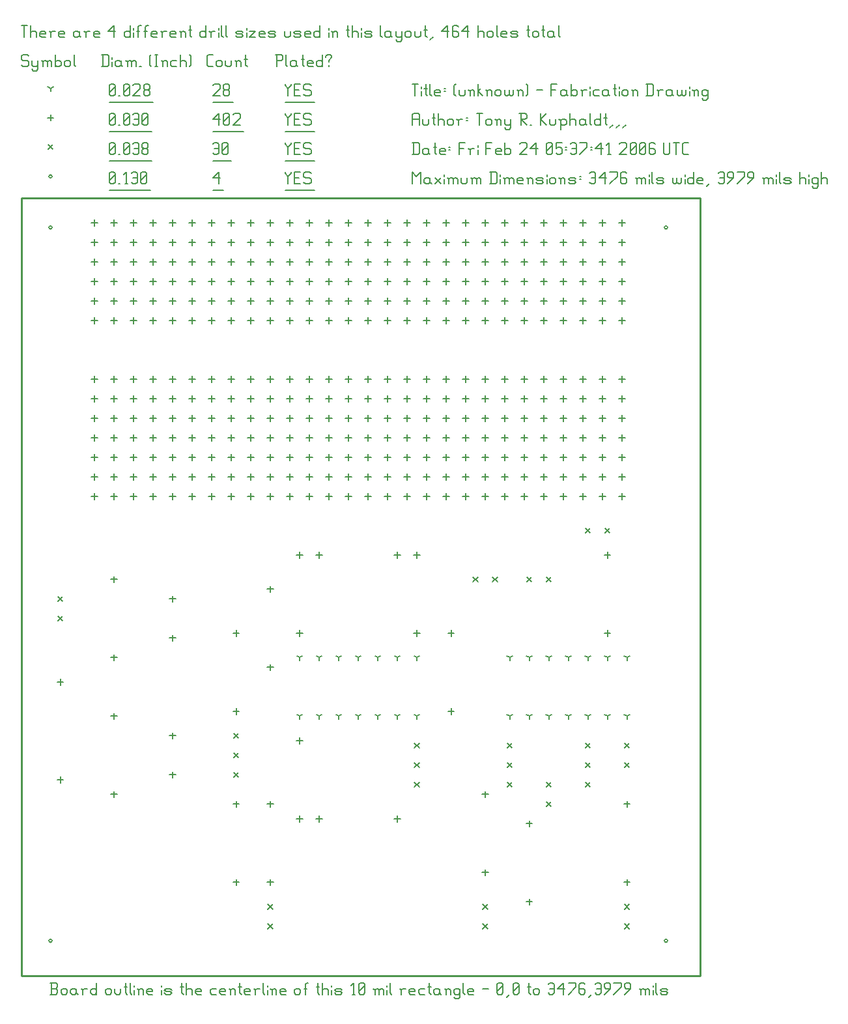
<source format=gbr>
G04 Title: (unknown), Fabrication Drawing *
G04 Creator: pcb-bin 20050315 *
G04 CreationDate: Fri Feb 24 05:37:41 2006 UTC *
G04 For: tony *
G04 Format: Gerber/RS-274X *
G04 PCB-Dimensions: 347600 397900 *
G04 PCB-Coordinate-Origin: lower left *
%MOIN*%
%FSLAX24Y24*%
%IPPOS*%
%ADD11C,0.0250*%
%ADD12C,0.0450*%
%ADD13C,0.0200*%
%ADD14C,0.0400*%
%ADD15C,0.0100*%
%ADD16C,0.0220*%
%ADD17C,0.0700*%
%ADD18C,0.0760*%
%ADD19C,0.0600*%
%ADD20C,0.0660*%
%ADD21R,0.0800X0.0800*%
%ADD22R,0.0860X0.0860*%
%ADD23C,0.0800*%
%ADD24C,0.0860*%
%ADD25R,0.0600X0.0600*%
%ADD26R,0.0660X0.0660*%
%ADD27C,0.0080*%
%ADD28C,0.2000*%
%LNGROUP_1*%
%LPD*%
G01X0Y0D02*
G54D27*X32920Y38290D02*G75*G03X33080Y38290I80J0D01*G01*
G75*G03X32920Y38290I-80J0D01*G01*
X1420Y1790D02*G75*G03X1580Y1790I80J0D01*G01*
G75*G03X1420Y1790I-80J0D01*G01*
Y38290D02*G75*G03X1580Y38290I80J0D01*G01*
G75*G03X1420Y38290I-80J0D01*G01*
X32920Y1790D02*G75*G03X33080Y1790I80J0D01*G01*
G75*G03X32920Y1790I-80J0D01*G01*
X1420Y40915D02*G75*G03X1580Y40915I80J0D01*G01*
G75*G03X1420Y40915I-80J0D01*G01*
G04 Text: YES *
X13500Y41140D02*Y41065D01*
X13650Y40915D01*
X13800Y41065D01*
Y41140D02*Y41065D01*
X13650Y40915D02*Y40540D01*
X13980Y40840D02*X14205D01*
X13980Y40540D02*X14280D01*
X13980Y41140D02*Y40540D01*
Y41140D02*X14280D01*
X14760D02*X14835Y41065D01*
X14535Y41140D02*X14760D01*
X14460Y41065D02*X14535Y41140D01*
X14460Y41065D02*Y40915D01*
X14535Y40840D01*
X14760D01*
X14835Y40765D01*
Y40615D01*
X14760Y40540D02*X14835Y40615D01*
X14535Y40540D02*X14760D01*
X14460Y40615D02*X14535Y40540D01*
X13500Y40214D02*X15015D01*
G04 Text: 4 *
X9800Y40840D02*X10100Y41140D01*
X9800Y40840D02*X10175D01*
X10100Y41140D02*Y40540D01*
X9800Y40214D02*X10355D01*
G04 Text: 0.130 *
X4500Y40615D02*X4575Y40540D01*
X4500Y41065D02*Y40615D01*
Y41065D02*X4575Y41140D01*
X4725D01*
X4800Y41065D01*
Y40615D01*
X4725Y40540D02*X4800Y40615D01*
X4575Y40540D02*X4725D01*
X4500Y40690D02*X4800Y40990D01*
X4980Y40540D02*X5055D01*
X5310D02*X5460D01*
X5385Y41140D02*Y40540D01*
X5235Y40990D02*X5385Y41140D01*
X5640Y41065D02*X5715Y41140D01*
X5865D01*
X5940Y41065D01*
Y40615D01*
X5865Y40540D02*X5940Y40615D01*
X5715Y40540D02*X5865D01*
X5640Y40615D02*X5715Y40540D01*
Y40840D02*X5940D01*
X6120Y40615D02*X6195Y40540D01*
X6120Y41065D02*Y40615D01*
Y41065D02*X6195Y41140D01*
X6345D01*
X6420Y41065D01*
Y40615D01*
X6345Y40540D02*X6420Y40615D01*
X6195Y40540D02*X6345D01*
X6120Y40690D02*X6420Y40990D01*
X4500Y40214D02*X6600D01*
X28880Y11910D02*X29120Y11670D01*
X28880D02*X29120Y11910D01*
X28880Y10910D02*X29120Y10670D01*
X28880D02*X29120Y10910D01*
X28880Y9910D02*X29120Y9670D01*
X28880D02*X29120Y9910D01*
X24880Y11910D02*X25120Y11670D01*
X24880D02*X25120Y11910D01*
X24880Y10910D02*X25120Y10670D01*
X24880D02*X25120Y10910D01*
X24880Y9910D02*X25120Y9670D01*
X24880D02*X25120Y9910D01*
X23130Y20410D02*X23370Y20170D01*
X23130D02*X23370Y20410D01*
X24130D02*X24370Y20170D01*
X24130D02*X24370Y20410D01*
X25880D02*X26120Y20170D01*
X25880D02*X26120Y20410D01*
X26880D02*X27120Y20170D01*
X26880D02*X27120Y20410D01*
X30880Y3660D02*X31120Y3420D01*
X30880D02*X31120Y3660D01*
X30880Y2660D02*X31120Y2420D01*
X30880D02*X31120Y2660D01*
X28880Y22910D02*X29120Y22670D01*
X28880D02*X29120Y22910D01*
X29880D02*X30120Y22670D01*
X29880D02*X30120Y22910D01*
X10880Y12410D02*X11120Y12170D01*
X10880D02*X11120Y12410D01*
X10880Y11410D02*X11120Y11170D01*
X10880D02*X11120Y11410D01*
X10880Y10410D02*X11120Y10170D01*
X10880D02*X11120Y10410D01*
X20130Y11910D02*X20370Y11670D01*
X20130D02*X20370Y11910D01*
X20130Y10910D02*X20370Y10670D01*
X20130D02*X20370Y10910D01*
X20130Y9910D02*X20370Y9670D01*
X20130D02*X20370Y9910D01*
X23630Y3660D02*X23870Y3420D01*
X23630D02*X23870Y3660D01*
X23630Y2660D02*X23870Y2420D01*
X23630D02*X23870Y2660D01*
X1880Y19410D02*X2120Y19170D01*
X1880D02*X2120Y19410D01*
X1880Y18410D02*X2120Y18170D01*
X1880D02*X2120Y18410D01*
X26880Y9910D02*X27120Y9670D01*
X26880D02*X27120Y9910D01*
X26880Y8910D02*X27120Y8670D01*
X26880D02*X27120Y8910D01*
X30880Y11910D02*X31120Y11670D01*
X30880D02*X31120Y11910D01*
X30880Y10910D02*X31120Y10670D01*
X30880D02*X31120Y10910D01*
X12630Y3660D02*X12870Y3420D01*
X12630D02*X12870Y3660D01*
X12630Y2660D02*X12870Y2420D01*
X12630D02*X12870Y2660D01*
X1380Y42535D02*X1620Y42295D01*
X1380D02*X1620Y42535D01*
G04 Text: YES *
X13500Y42640D02*Y42565D01*
X13650Y42415D01*
X13800Y42565D01*
Y42640D02*Y42565D01*
X13650Y42415D02*Y42040D01*
X13980Y42340D02*X14205D01*
X13980Y42040D02*X14280D01*
X13980Y42640D02*Y42040D01*
Y42640D02*X14280D01*
X14760D02*X14835Y42565D01*
X14535Y42640D02*X14760D01*
X14460Y42565D02*X14535Y42640D01*
X14460Y42565D02*Y42415D01*
X14535Y42340D01*
X14760D01*
X14835Y42265D01*
Y42115D01*
X14760Y42040D02*X14835Y42115D01*
X14535Y42040D02*X14760D01*
X14460Y42115D02*X14535Y42040D01*
X13500Y41714D02*X15015D01*
G04 Text: 30 *
X9800Y42565D02*X9875Y42640D01*
X10025D01*
X10100Y42565D01*
Y42115D01*
X10025Y42040D02*X10100Y42115D01*
X9875Y42040D02*X10025D01*
X9800Y42115D02*X9875Y42040D01*
Y42340D02*X10100D01*
X10280Y42115D02*X10355Y42040D01*
X10280Y42565D02*Y42115D01*
Y42565D02*X10355Y42640D01*
X10505D01*
X10580Y42565D01*
Y42115D01*
X10505Y42040D02*X10580Y42115D01*
X10355Y42040D02*X10505D01*
X10280Y42190D02*X10580Y42490D01*
X9800Y41714D02*X10760D01*
G04 Text: 0.038 *
X4500Y42115D02*X4575Y42040D01*
X4500Y42565D02*Y42115D01*
Y42565D02*X4575Y42640D01*
X4725D01*
X4800Y42565D01*
Y42115D01*
X4725Y42040D02*X4800Y42115D01*
X4575Y42040D02*X4725D01*
X4500Y42190D02*X4800Y42490D01*
X4980Y42040D02*X5055D01*
X5235Y42115D02*X5310Y42040D01*
X5235Y42565D02*Y42115D01*
Y42565D02*X5310Y42640D01*
X5460D01*
X5535Y42565D01*
Y42115D01*
X5460Y42040D02*X5535Y42115D01*
X5310Y42040D02*X5460D01*
X5235Y42190D02*X5535Y42490D01*
X5715Y42565D02*X5790Y42640D01*
X5940D01*
X6015Y42565D01*
Y42115D01*
X5940Y42040D02*X6015Y42115D01*
X5790Y42040D02*X5940D01*
X5715Y42115D02*X5790Y42040D01*
Y42340D02*X6015D01*
X6195Y42115D02*X6270Y42040D01*
X6195Y42265D02*Y42115D01*
Y42265D02*X6270Y42340D01*
X6420D01*
X6495Y42265D01*
Y42115D01*
X6420Y42040D02*X6495Y42115D01*
X6270Y42040D02*X6420D01*
X6195Y42415D02*X6270Y42340D01*
X6195Y42565D02*Y42415D01*
Y42565D02*X6270Y42640D01*
X6420D01*
X6495Y42565D01*
Y42415D01*
X6420Y42340D02*X6495Y42415D01*
X4500Y41714D02*X6675D01*
X3750Y38700D02*Y38380D01*
X3590Y38540D02*X3910D01*
X4750Y38700D02*Y38380D01*
X4590Y38540D02*X4910D01*
X6750Y38700D02*Y38380D01*
X6590Y38540D02*X6910D01*
X5750Y38700D02*Y38380D01*
X5590Y38540D02*X5910D01*
X7750Y38700D02*Y38380D01*
X7590Y38540D02*X7910D01*
X8750Y38700D02*Y38380D01*
X8590Y38540D02*X8910D01*
X10750Y38700D02*Y38380D01*
X10590Y38540D02*X10910D01*
X9750Y38700D02*Y38380D01*
X9590Y38540D02*X9910D01*
X11750Y38700D02*Y38380D01*
X11590Y38540D02*X11910D01*
X12750Y38700D02*Y38380D01*
X12590Y38540D02*X12910D01*
X14750Y38700D02*Y38380D01*
X14590Y38540D02*X14910D01*
X13750Y38700D02*Y38380D01*
X13590Y38540D02*X13910D01*
X15750Y38700D02*Y38380D01*
X15590Y38540D02*X15910D01*
X16750Y38700D02*Y38380D01*
X16590Y38540D02*X16910D01*
X18750Y38700D02*Y38380D01*
X18590Y38540D02*X18910D01*
X17750Y38700D02*Y38380D01*
X17590Y38540D02*X17910D01*
X20750Y38700D02*Y38380D01*
X20590Y38540D02*X20910D01*
X19750Y38700D02*Y38380D01*
X19590Y38540D02*X19910D01*
X21750Y38700D02*Y38380D01*
X21590Y38540D02*X21910D01*
X22750Y38700D02*Y38380D01*
X22590Y38540D02*X22910D01*
X24750Y38700D02*Y38380D01*
X24590Y38540D02*X24910D01*
X23750Y38700D02*Y38380D01*
X23590Y38540D02*X23910D01*
X26750Y38700D02*Y38380D01*
X26590Y38540D02*X26910D01*
X25750Y38700D02*Y38380D01*
X25590Y38540D02*X25910D01*
X27750Y38700D02*Y38380D01*
X27590Y38540D02*X27910D01*
X28750Y38700D02*Y38380D01*
X28590Y38540D02*X28910D01*
X30750Y38700D02*Y38380D01*
X30590Y38540D02*X30910D01*
X29750Y38700D02*Y38380D01*
X29590Y38540D02*X29910D01*
X28750Y26700D02*Y26380D01*
X28590Y26540D02*X28910D01*
X28750Y27700D02*Y27380D01*
X28590Y27540D02*X28910D01*
X28750Y28700D02*Y28380D01*
X28590Y28540D02*X28910D01*
X28750Y29700D02*Y29380D01*
X28590Y29540D02*X28910D01*
X28750Y30700D02*Y30380D01*
X28590Y30540D02*X28910D01*
X27750Y26700D02*Y26380D01*
X27590Y26540D02*X27910D01*
X27750Y27700D02*Y27380D01*
X27590Y27540D02*X27910D01*
X27750Y28700D02*Y28380D01*
X27590Y28540D02*X27910D01*
X27750Y29700D02*Y29380D01*
X27590Y29540D02*X27910D01*
X27750Y30700D02*Y30380D01*
X27590Y30540D02*X27910D01*
X26750Y26700D02*Y26380D01*
X26590Y26540D02*X26910D01*
X26750Y27700D02*Y27380D01*
X26590Y27540D02*X26910D01*
X26750Y28700D02*Y28380D01*
X26590Y28540D02*X26910D01*
X26750Y29700D02*Y29380D01*
X26590Y29540D02*X26910D01*
X26750Y30700D02*Y30380D01*
X26590Y30540D02*X26910D01*
X25750Y26700D02*Y26380D01*
X25590Y26540D02*X25910D01*
X25750Y27700D02*Y27380D01*
X25590Y27540D02*X25910D01*
X25750Y28700D02*Y28380D01*
X25590Y28540D02*X25910D01*
X25750Y29700D02*Y29380D01*
X25590Y29540D02*X25910D01*
X25750Y30700D02*Y30380D01*
X25590Y30540D02*X25910D01*
X24750Y26700D02*Y26380D01*
X24590Y26540D02*X24910D01*
X24750Y27700D02*Y27380D01*
X24590Y27540D02*X24910D01*
X24750Y28700D02*Y28380D01*
X24590Y28540D02*X24910D01*
X24750Y29700D02*Y29380D01*
X24590Y29540D02*X24910D01*
X24750Y30700D02*Y30380D01*
X24590Y30540D02*X24910D01*
X23750Y26700D02*Y26380D01*
X23590Y26540D02*X23910D01*
X23750Y27700D02*Y27380D01*
X23590Y27540D02*X23910D01*
X23750Y28700D02*Y28380D01*
X23590Y28540D02*X23910D01*
X23750Y29700D02*Y29380D01*
X23590Y29540D02*X23910D01*
X23750Y30700D02*Y30380D01*
X23590Y30540D02*X23910D01*
X22750Y26700D02*Y26380D01*
X22590Y26540D02*X22910D01*
X22750Y27700D02*Y27380D01*
X22590Y27540D02*X22910D01*
X22750Y28700D02*Y28380D01*
X22590Y28540D02*X22910D01*
X22750Y29700D02*Y29380D01*
X22590Y29540D02*X22910D01*
X22750Y30700D02*Y30380D01*
X22590Y30540D02*X22910D01*
X21750Y26700D02*Y26380D01*
X21590Y26540D02*X21910D01*
X21750Y27700D02*Y27380D01*
X21590Y27540D02*X21910D01*
X21750Y28700D02*Y28380D01*
X21590Y28540D02*X21910D01*
X21750Y29700D02*Y29380D01*
X21590Y29540D02*X21910D01*
X21750Y30700D02*Y30380D01*
X21590Y30540D02*X21910D01*
X20750Y26700D02*Y26380D01*
X20590Y26540D02*X20910D01*
X20750Y27700D02*Y27380D01*
X20590Y27540D02*X20910D01*
X20750Y28700D02*Y28380D01*
X20590Y28540D02*X20910D01*
X20750Y29700D02*Y29380D01*
X20590Y29540D02*X20910D01*
X20750Y30700D02*Y30380D01*
X20590Y30540D02*X20910D01*
X19750Y26700D02*Y26380D01*
X19590Y26540D02*X19910D01*
X19750Y27700D02*Y27380D01*
X19590Y27540D02*X19910D01*
X19750Y28700D02*Y28380D01*
X19590Y28540D02*X19910D01*
X19750Y29700D02*Y29380D01*
X19590Y29540D02*X19910D01*
X19750Y30700D02*Y30380D01*
X19590Y30540D02*X19910D01*
X18750Y26700D02*Y26380D01*
X18590Y26540D02*X18910D01*
X18750Y27700D02*Y27380D01*
X18590Y27540D02*X18910D01*
X18750Y28700D02*Y28380D01*
X18590Y28540D02*X18910D01*
X18750Y29700D02*Y29380D01*
X18590Y29540D02*X18910D01*
X18750Y30700D02*Y30380D01*
X18590Y30540D02*X18910D01*
X17750Y26700D02*Y26380D01*
X17590Y26540D02*X17910D01*
X17750Y27700D02*Y27380D01*
X17590Y27540D02*X17910D01*
X17750Y28700D02*Y28380D01*
X17590Y28540D02*X17910D01*
X17750Y29700D02*Y29380D01*
X17590Y29540D02*X17910D01*
X17750Y30700D02*Y30380D01*
X17590Y30540D02*X17910D01*
X16750Y26700D02*Y26380D01*
X16590Y26540D02*X16910D01*
X16750Y27700D02*Y27380D01*
X16590Y27540D02*X16910D01*
X16750Y28700D02*Y28380D01*
X16590Y28540D02*X16910D01*
X16750Y29700D02*Y29380D01*
X16590Y29540D02*X16910D01*
X16750Y30700D02*Y30380D01*
X16590Y30540D02*X16910D01*
X11750Y26700D02*Y26380D01*
X11590Y26540D02*X11910D01*
X11750Y27700D02*Y27380D01*
X11590Y27540D02*X11910D01*
X11750Y28700D02*Y28380D01*
X11590Y28540D02*X11910D01*
X11750Y29700D02*Y29380D01*
X11590Y29540D02*X11910D01*
X11750Y30700D02*Y30380D01*
X11590Y30540D02*X11910D01*
X13750Y26700D02*Y26380D01*
X13590Y26540D02*X13910D01*
X13750Y27700D02*Y27380D01*
X13590Y27540D02*X13910D01*
X13750Y28700D02*Y28380D01*
X13590Y28540D02*X13910D01*
X13750Y29700D02*Y29380D01*
X13590Y29540D02*X13910D01*
X13750Y30700D02*Y30380D01*
X13590Y30540D02*X13910D01*
X30750Y26700D02*Y26380D01*
X30590Y26540D02*X30910D01*
X30750Y27700D02*Y27380D01*
X30590Y27540D02*X30910D01*
X30750Y28700D02*Y28380D01*
X30590Y28540D02*X30910D01*
X30750Y29700D02*Y29380D01*
X30590Y29540D02*X30910D01*
X30750Y30700D02*Y30380D01*
X30590Y30540D02*X30910D01*
X14750Y26700D02*Y26380D01*
X14590Y26540D02*X14910D01*
X14750Y27700D02*Y27380D01*
X14590Y27540D02*X14910D01*
X14750Y28700D02*Y28380D01*
X14590Y28540D02*X14910D01*
X14750Y29700D02*Y29380D01*
X14590Y29540D02*X14910D01*
X14750Y30700D02*Y30380D01*
X14590Y30540D02*X14910D01*
X15750Y26700D02*Y26380D01*
X15590Y26540D02*X15910D01*
X15750Y27700D02*Y27380D01*
X15590Y27540D02*X15910D01*
X15750Y28700D02*Y28380D01*
X15590Y28540D02*X15910D01*
X15750Y29700D02*Y29380D01*
X15590Y29540D02*X15910D01*
X15750Y30700D02*Y30380D01*
X15590Y30540D02*X15910D01*
X12750Y26700D02*Y26380D01*
X12590Y26540D02*X12910D01*
X12750Y27700D02*Y27380D01*
X12590Y27540D02*X12910D01*
X12750Y28700D02*Y28380D01*
X12590Y28540D02*X12910D01*
X12750Y29700D02*Y29380D01*
X12590Y29540D02*X12910D01*
X12750Y30700D02*Y30380D01*
X12590Y30540D02*X12910D01*
X9750Y26700D02*Y26380D01*
X9590Y26540D02*X9910D01*
X9750Y27700D02*Y27380D01*
X9590Y27540D02*X9910D01*
X9750Y28700D02*Y28380D01*
X9590Y28540D02*X9910D01*
X9750Y29700D02*Y29380D01*
X9590Y29540D02*X9910D01*
X9750Y30700D02*Y30380D01*
X9590Y30540D02*X9910D01*
X10750Y26700D02*Y26380D01*
X10590Y26540D02*X10910D01*
X10750Y27700D02*Y27380D01*
X10590Y27540D02*X10910D01*
X10750Y28700D02*Y28380D01*
X10590Y28540D02*X10910D01*
X10750Y29700D02*Y29380D01*
X10590Y29540D02*X10910D01*
X10750Y30700D02*Y30380D01*
X10590Y30540D02*X10910D01*
X8750Y26700D02*Y26380D01*
X8590Y26540D02*X8910D01*
X8750Y27700D02*Y27380D01*
X8590Y27540D02*X8910D01*
X8750Y28700D02*Y28380D01*
X8590Y28540D02*X8910D01*
X8750Y29700D02*Y29380D01*
X8590Y29540D02*X8910D01*
X8750Y30700D02*Y30380D01*
X8590Y30540D02*X8910D01*
X29750Y26700D02*Y26380D01*
X29590Y26540D02*X29910D01*
X29750Y27700D02*Y27380D01*
X29590Y27540D02*X29910D01*
X29750Y28700D02*Y28380D01*
X29590Y28540D02*X29910D01*
X29750Y29700D02*Y29380D01*
X29590Y29540D02*X29910D01*
X29750Y30700D02*Y30380D01*
X29590Y30540D02*X29910D01*
X4750Y26700D02*Y26380D01*
X4590Y26540D02*X4910D01*
X4750Y27700D02*Y27380D01*
X4590Y27540D02*X4910D01*
X4750Y28700D02*Y28380D01*
X4590Y28540D02*X4910D01*
X4750Y29700D02*Y29380D01*
X4590Y29540D02*X4910D01*
X4750Y30700D02*Y30380D01*
X4590Y30540D02*X4910D01*
X5750Y26700D02*Y26380D01*
X5590Y26540D02*X5910D01*
X5750Y27700D02*Y27380D01*
X5590Y27540D02*X5910D01*
X5750Y28700D02*Y28380D01*
X5590Y28540D02*X5910D01*
X5750Y29700D02*Y29380D01*
X5590Y29540D02*X5910D01*
X5750Y30700D02*Y30380D01*
X5590Y30540D02*X5910D01*
X6750Y26700D02*Y26380D01*
X6590Y26540D02*X6910D01*
X6750Y27700D02*Y27380D01*
X6590Y27540D02*X6910D01*
X6750Y28700D02*Y28380D01*
X6590Y28540D02*X6910D01*
X6750Y29700D02*Y29380D01*
X6590Y29540D02*X6910D01*
X6750Y30700D02*Y30380D01*
X6590Y30540D02*X6910D01*
X7750Y26700D02*Y26380D01*
X7590Y26540D02*X7910D01*
X7750Y27700D02*Y27380D01*
X7590Y27540D02*X7910D01*
X7750Y28700D02*Y28380D01*
X7590Y28540D02*X7910D01*
X7750Y29700D02*Y29380D01*
X7590Y29540D02*X7910D01*
X7750Y30700D02*Y30380D01*
X7590Y30540D02*X7910D01*
X3750Y26700D02*Y26380D01*
X3590Y26540D02*X3910D01*
X3750Y27700D02*Y27380D01*
X3590Y27540D02*X3910D01*
X3750Y28700D02*Y28380D01*
X3590Y28540D02*X3910D01*
X3750Y29700D02*Y29380D01*
X3590Y29540D02*X3910D01*
X3750Y30700D02*Y30380D01*
X3590Y30540D02*X3910D01*
X29750Y33700D02*Y33380D01*
X29590Y33540D02*X29910D01*
X29750Y34700D02*Y34380D01*
X29590Y34540D02*X29910D01*
X29750Y35700D02*Y35380D01*
X29590Y35540D02*X29910D01*
X29750Y36700D02*Y36380D01*
X29590Y36540D02*X29910D01*
X29750Y37700D02*Y37380D01*
X29590Y37540D02*X29910D01*
X28750Y33700D02*Y33380D01*
X28590Y33540D02*X28910D01*
X28750Y34700D02*Y34380D01*
X28590Y34540D02*X28910D01*
X28750Y35700D02*Y35380D01*
X28590Y35540D02*X28910D01*
X28750Y36700D02*Y36380D01*
X28590Y36540D02*X28910D01*
X28750Y37700D02*Y37380D01*
X28590Y37540D02*X28910D01*
X27750Y33700D02*Y33380D01*
X27590Y33540D02*X27910D01*
X27750Y34700D02*Y34380D01*
X27590Y34540D02*X27910D01*
X27750Y35700D02*Y35380D01*
X27590Y35540D02*X27910D01*
X27750Y36700D02*Y36380D01*
X27590Y36540D02*X27910D01*
X27750Y37700D02*Y37380D01*
X27590Y37540D02*X27910D01*
X26750Y33700D02*Y33380D01*
X26590Y33540D02*X26910D01*
X26750Y34700D02*Y34380D01*
X26590Y34540D02*X26910D01*
X26750Y35700D02*Y35380D01*
X26590Y35540D02*X26910D01*
X26750Y36700D02*Y36380D01*
X26590Y36540D02*X26910D01*
X26750Y37700D02*Y37380D01*
X26590Y37540D02*X26910D01*
X25750Y33700D02*Y33380D01*
X25590Y33540D02*X25910D01*
X25750Y34700D02*Y34380D01*
X25590Y34540D02*X25910D01*
X25750Y35700D02*Y35380D01*
X25590Y35540D02*X25910D01*
X25750Y36700D02*Y36380D01*
X25590Y36540D02*X25910D01*
X25750Y37700D02*Y37380D01*
X25590Y37540D02*X25910D01*
X24750Y33700D02*Y33380D01*
X24590Y33540D02*X24910D01*
X24750Y34700D02*Y34380D01*
X24590Y34540D02*X24910D01*
X24750Y35700D02*Y35380D01*
X24590Y35540D02*X24910D01*
X24750Y36700D02*Y36380D01*
X24590Y36540D02*X24910D01*
X24750Y37700D02*Y37380D01*
X24590Y37540D02*X24910D01*
X23750Y33700D02*Y33380D01*
X23590Y33540D02*X23910D01*
X23750Y34700D02*Y34380D01*
X23590Y34540D02*X23910D01*
X23750Y35700D02*Y35380D01*
X23590Y35540D02*X23910D01*
X23750Y36700D02*Y36380D01*
X23590Y36540D02*X23910D01*
X23750Y37700D02*Y37380D01*
X23590Y37540D02*X23910D01*
X22750Y33700D02*Y33380D01*
X22590Y33540D02*X22910D01*
X22750Y34700D02*Y34380D01*
X22590Y34540D02*X22910D01*
X22750Y35700D02*Y35380D01*
X22590Y35540D02*X22910D01*
X22750Y36700D02*Y36380D01*
X22590Y36540D02*X22910D01*
X22750Y37700D02*Y37380D01*
X22590Y37540D02*X22910D01*
X21750Y33700D02*Y33380D01*
X21590Y33540D02*X21910D01*
X21750Y34700D02*Y34380D01*
X21590Y34540D02*X21910D01*
X21750Y35700D02*Y35380D01*
X21590Y35540D02*X21910D01*
X21750Y36700D02*Y36380D01*
X21590Y36540D02*X21910D01*
X21750Y37700D02*Y37380D01*
X21590Y37540D02*X21910D01*
X20750Y33700D02*Y33380D01*
X20590Y33540D02*X20910D01*
X20750Y34700D02*Y34380D01*
X20590Y34540D02*X20910D01*
X20750Y35700D02*Y35380D01*
X20590Y35540D02*X20910D01*
X20750Y36700D02*Y36380D01*
X20590Y36540D02*X20910D01*
X20750Y37700D02*Y37380D01*
X20590Y37540D02*X20910D01*
X19750Y33700D02*Y33380D01*
X19590Y33540D02*X19910D01*
X19750Y34700D02*Y34380D01*
X19590Y34540D02*X19910D01*
X19750Y35700D02*Y35380D01*
X19590Y35540D02*X19910D01*
X19750Y36700D02*Y36380D01*
X19590Y36540D02*X19910D01*
X19750Y37700D02*Y37380D01*
X19590Y37540D02*X19910D01*
X18750Y33700D02*Y33380D01*
X18590Y33540D02*X18910D01*
X18750Y34700D02*Y34380D01*
X18590Y34540D02*X18910D01*
X18750Y35700D02*Y35380D01*
X18590Y35540D02*X18910D01*
X18750Y36700D02*Y36380D01*
X18590Y36540D02*X18910D01*
X18750Y37700D02*Y37380D01*
X18590Y37540D02*X18910D01*
X17750Y33700D02*Y33380D01*
X17590Y33540D02*X17910D01*
X17750Y34700D02*Y34380D01*
X17590Y34540D02*X17910D01*
X17750Y35700D02*Y35380D01*
X17590Y35540D02*X17910D01*
X17750Y36700D02*Y36380D01*
X17590Y36540D02*X17910D01*
X17750Y37700D02*Y37380D01*
X17590Y37540D02*X17910D01*
X16750Y33700D02*Y33380D01*
X16590Y33540D02*X16910D01*
X16750Y34700D02*Y34380D01*
X16590Y34540D02*X16910D01*
X16750Y35700D02*Y35380D01*
X16590Y35540D02*X16910D01*
X16750Y36700D02*Y36380D01*
X16590Y36540D02*X16910D01*
X16750Y37700D02*Y37380D01*
X16590Y37540D02*X16910D01*
X11750Y33700D02*Y33380D01*
X11590Y33540D02*X11910D01*
X11750Y34700D02*Y34380D01*
X11590Y34540D02*X11910D01*
X11750Y35700D02*Y35380D01*
X11590Y35540D02*X11910D01*
X11750Y36700D02*Y36380D01*
X11590Y36540D02*X11910D01*
X11750Y37700D02*Y37380D01*
X11590Y37540D02*X11910D01*
X13750Y33700D02*Y33380D01*
X13590Y33540D02*X13910D01*
X13750Y34700D02*Y34380D01*
X13590Y34540D02*X13910D01*
X13750Y35700D02*Y35380D01*
X13590Y35540D02*X13910D01*
X13750Y36700D02*Y36380D01*
X13590Y36540D02*X13910D01*
X13750Y37700D02*Y37380D01*
X13590Y37540D02*X13910D01*
X30750Y33700D02*Y33380D01*
X30590Y33540D02*X30910D01*
X30750Y34700D02*Y34380D01*
X30590Y34540D02*X30910D01*
X30750Y35700D02*Y35380D01*
X30590Y35540D02*X30910D01*
X30750Y36700D02*Y36380D01*
X30590Y36540D02*X30910D01*
X30750Y37700D02*Y37380D01*
X30590Y37540D02*X30910D01*
X14750Y33700D02*Y33380D01*
X14590Y33540D02*X14910D01*
X14750Y34700D02*Y34380D01*
X14590Y34540D02*X14910D01*
X14750Y35700D02*Y35380D01*
X14590Y35540D02*X14910D01*
X14750Y36700D02*Y36380D01*
X14590Y36540D02*X14910D01*
X14750Y37700D02*Y37380D01*
X14590Y37540D02*X14910D01*
X15750Y33700D02*Y33380D01*
X15590Y33540D02*X15910D01*
X15750Y34700D02*Y34380D01*
X15590Y34540D02*X15910D01*
X15750Y35700D02*Y35380D01*
X15590Y35540D02*X15910D01*
X15750Y36700D02*Y36380D01*
X15590Y36540D02*X15910D01*
X15750Y37700D02*Y37380D01*
X15590Y37540D02*X15910D01*
X3750Y33700D02*Y33380D01*
X3590Y33540D02*X3910D01*
X3750Y34700D02*Y34380D01*
X3590Y34540D02*X3910D01*
X3750Y35700D02*Y35380D01*
X3590Y35540D02*X3910D01*
X3750Y36700D02*Y36380D01*
X3590Y36540D02*X3910D01*
X3750Y37700D02*Y37380D01*
X3590Y37540D02*X3910D01*
X4750Y33700D02*Y33380D01*
X4590Y33540D02*X4910D01*
X4750Y34700D02*Y34380D01*
X4590Y34540D02*X4910D01*
X4750Y35700D02*Y35380D01*
X4590Y35540D02*X4910D01*
X4750Y36700D02*Y36380D01*
X4590Y36540D02*X4910D01*
X4750Y37700D02*Y37380D01*
X4590Y37540D02*X4910D01*
X5750Y33700D02*Y33380D01*
X5590Y33540D02*X5910D01*
X5750Y34700D02*Y34380D01*
X5590Y34540D02*X5910D01*
X5750Y35700D02*Y35380D01*
X5590Y35540D02*X5910D01*
X5750Y36700D02*Y36380D01*
X5590Y36540D02*X5910D01*
X5750Y37700D02*Y37380D01*
X5590Y37540D02*X5910D01*
X6750Y33700D02*Y33380D01*
X6590Y33540D02*X6910D01*
X6750Y34700D02*Y34380D01*
X6590Y34540D02*X6910D01*
X6750Y35700D02*Y35380D01*
X6590Y35540D02*X6910D01*
X6750Y36700D02*Y36380D01*
X6590Y36540D02*X6910D01*
X6750Y37700D02*Y37380D01*
X6590Y37540D02*X6910D01*
X7750Y33700D02*Y33380D01*
X7590Y33540D02*X7910D01*
X7750Y34700D02*Y34380D01*
X7590Y34540D02*X7910D01*
X7750Y35700D02*Y35380D01*
X7590Y35540D02*X7910D01*
X7750Y36700D02*Y36380D01*
X7590Y36540D02*X7910D01*
X7750Y37700D02*Y37380D01*
X7590Y37540D02*X7910D01*
X12750Y33700D02*Y33380D01*
X12590Y33540D02*X12910D01*
X12750Y34700D02*Y34380D01*
X12590Y34540D02*X12910D01*
X12750Y35700D02*Y35380D01*
X12590Y35540D02*X12910D01*
X12750Y36700D02*Y36380D01*
X12590Y36540D02*X12910D01*
X12750Y37700D02*Y37380D01*
X12590Y37540D02*X12910D01*
X9750Y33700D02*Y33380D01*
X9590Y33540D02*X9910D01*
X9750Y34700D02*Y34380D01*
X9590Y34540D02*X9910D01*
X9750Y35700D02*Y35380D01*
X9590Y35540D02*X9910D01*
X9750Y36700D02*Y36380D01*
X9590Y36540D02*X9910D01*
X9750Y37700D02*Y37380D01*
X9590Y37540D02*X9910D01*
X10750Y33700D02*Y33380D01*
X10590Y33540D02*X10910D01*
X10750Y34700D02*Y34380D01*
X10590Y34540D02*X10910D01*
X10750Y35700D02*Y35380D01*
X10590Y35540D02*X10910D01*
X10750Y36700D02*Y36380D01*
X10590Y36540D02*X10910D01*
X10750Y37700D02*Y37380D01*
X10590Y37540D02*X10910D01*
X8750Y33700D02*Y33380D01*
X8590Y33540D02*X8910D01*
X8750Y34700D02*Y34380D01*
X8590Y34540D02*X8910D01*
X8750Y35700D02*Y35380D01*
X8590Y35540D02*X8910D01*
X8750Y36700D02*Y36380D01*
X8590Y36540D02*X8910D01*
X8750Y37700D02*Y37380D01*
X8590Y37540D02*X8910D01*
X3750Y24700D02*Y24380D01*
X3590Y24540D02*X3910D01*
X4750Y24700D02*Y24380D01*
X4590Y24540D02*X4910D01*
X6750Y24700D02*Y24380D01*
X6590Y24540D02*X6910D01*
X5750Y24700D02*Y24380D01*
X5590Y24540D02*X5910D01*
X7750Y24700D02*Y24380D01*
X7590Y24540D02*X7910D01*
X8750Y24700D02*Y24380D01*
X8590Y24540D02*X8910D01*
X10750Y24700D02*Y24380D01*
X10590Y24540D02*X10910D01*
X9750Y24700D02*Y24380D01*
X9590Y24540D02*X9910D01*
X11750Y24700D02*Y24380D01*
X11590Y24540D02*X11910D01*
X12750Y24700D02*Y24380D01*
X12590Y24540D02*X12910D01*
X14750Y24700D02*Y24380D01*
X14590Y24540D02*X14910D01*
X13750Y24700D02*Y24380D01*
X13590Y24540D02*X13910D01*
X15750Y24700D02*Y24380D01*
X15590Y24540D02*X15910D01*
X16750Y24700D02*Y24380D01*
X16590Y24540D02*X16910D01*
X18750Y24700D02*Y24380D01*
X18590Y24540D02*X18910D01*
X17750Y24700D02*Y24380D01*
X17590Y24540D02*X17910D01*
X20750Y24700D02*Y24380D01*
X20590Y24540D02*X20910D01*
X19750Y24700D02*Y24380D01*
X19590Y24540D02*X19910D01*
X21750Y24700D02*Y24380D01*
X21590Y24540D02*X21910D01*
X22750Y24700D02*Y24380D01*
X22590Y24540D02*X22910D01*
X24750Y24700D02*Y24380D01*
X24590Y24540D02*X24910D01*
X23750Y24700D02*Y24380D01*
X23590Y24540D02*X23910D01*
X26750Y24700D02*Y24380D01*
X26590Y24540D02*X26910D01*
X25750Y24700D02*Y24380D01*
X25590Y24540D02*X25910D01*
X27750Y24700D02*Y24380D01*
X27590Y24540D02*X27910D01*
X28750Y24700D02*Y24380D01*
X28590Y24540D02*X28910D01*
X30750Y24700D02*Y24380D01*
X30590Y24540D02*X30910D01*
X29750Y24700D02*Y24380D01*
X29590Y24540D02*X29910D01*
X2000Y10200D02*Y9880D01*
X1840Y10040D02*X2160D01*
X2000Y15200D02*Y14880D01*
X1840Y15040D02*X2160D01*
X22000Y17700D02*Y17380D01*
X21840Y17540D02*X22160D01*
X22000Y13700D02*Y13380D01*
X21840Y13540D02*X22160D01*
X30000Y21700D02*Y21380D01*
X29840Y21540D02*X30160D01*
X30000Y17700D02*Y17380D01*
X29840Y17540D02*X30160D01*
X26000Y7950D02*Y7630D01*
X25840Y7790D02*X26160D01*
X26000Y3950D02*Y3630D01*
X25840Y3790D02*X26160D01*
X23750Y9450D02*Y9130D01*
X23590Y9290D02*X23910D01*
X23750Y5450D02*Y5130D01*
X23590Y5290D02*X23910D01*
X11000Y8950D02*Y8630D01*
X10840Y8790D02*X11160D01*
X11000Y4950D02*Y4630D01*
X10840Y4790D02*X11160D01*
X11000Y17700D02*Y17380D01*
X10840Y17540D02*X11160D01*
X11000Y13700D02*Y13380D01*
X10840Y13540D02*X11160D01*
X7750Y19450D02*Y19130D01*
X7590Y19290D02*X7910D01*
X7750Y17450D02*Y17130D01*
X7590Y17290D02*X7910D01*
X4750Y20450D02*Y20130D01*
X4590Y20290D02*X4910D01*
X4750Y16450D02*Y16130D01*
X4590Y16290D02*X4910D01*
X7750Y12450D02*Y12130D01*
X7590Y12290D02*X7910D01*
X7750Y10450D02*Y10130D01*
X7590Y10290D02*X7910D01*
X3750Y25700D02*Y25380D01*
X3590Y25540D02*X3910D01*
X4750Y25700D02*Y25380D01*
X4590Y25540D02*X4910D01*
X6750Y25700D02*Y25380D01*
X6590Y25540D02*X6910D01*
X5750Y25700D02*Y25380D01*
X5590Y25540D02*X5910D01*
X7750Y25700D02*Y25380D01*
X7590Y25540D02*X7910D01*
X8750Y25700D02*Y25380D01*
X8590Y25540D02*X8910D01*
X10750Y25700D02*Y25380D01*
X10590Y25540D02*X10910D01*
X9750Y25700D02*Y25380D01*
X9590Y25540D02*X9910D01*
X11750Y25700D02*Y25380D01*
X11590Y25540D02*X11910D01*
X12750Y25700D02*Y25380D01*
X12590Y25540D02*X12910D01*
X14750Y25700D02*Y25380D01*
X14590Y25540D02*X14910D01*
X13750Y25700D02*Y25380D01*
X13590Y25540D02*X13910D01*
X15750Y25700D02*Y25380D01*
X15590Y25540D02*X15910D01*
X16750Y25700D02*Y25380D01*
X16590Y25540D02*X16910D01*
X18750Y25700D02*Y25380D01*
X18590Y25540D02*X18910D01*
X17750Y25700D02*Y25380D01*
X17590Y25540D02*X17910D01*
X20750Y25700D02*Y25380D01*
X20590Y25540D02*X20910D01*
X19750Y25700D02*Y25380D01*
X19590Y25540D02*X19910D01*
X21750Y25700D02*Y25380D01*
X21590Y25540D02*X21910D01*
X22750Y25700D02*Y25380D01*
X22590Y25540D02*X22910D01*
X24750Y25700D02*Y25380D01*
X24590Y25540D02*X24910D01*
X23750Y25700D02*Y25380D01*
X23590Y25540D02*X23910D01*
X26750Y25700D02*Y25380D01*
X26590Y25540D02*X26910D01*
X25750Y25700D02*Y25380D01*
X25590Y25540D02*X25910D01*
X27750Y25700D02*Y25380D01*
X27590Y25540D02*X27910D01*
X28750Y25700D02*Y25380D01*
X28590Y25540D02*X28910D01*
X30750Y25700D02*Y25380D01*
X30590Y25540D02*X30910D01*
X29750Y25700D02*Y25380D01*
X29590Y25540D02*X29910D01*
X15250Y8200D02*Y7880D01*
X15090Y8040D02*X15410D01*
X19250Y8200D02*Y7880D01*
X19090Y8040D02*X19410D01*
X15250Y21700D02*Y21380D01*
X15090Y21540D02*X15410D01*
X19250Y21700D02*Y21380D01*
X19090Y21540D02*X19410D01*
X31000Y8950D02*Y8630D01*
X30840Y8790D02*X31160D01*
X31000Y4950D02*Y4630D01*
X30840Y4790D02*X31160D01*
X12750Y8950D02*Y8630D01*
X12590Y8790D02*X12910D01*
X12750Y4950D02*Y4630D01*
X12590Y4790D02*X12910D01*
X14250Y12200D02*Y11880D01*
X14090Y12040D02*X14410D01*
X14250Y8200D02*Y7880D01*
X14090Y8040D02*X14410D01*
X12750Y19950D02*Y19630D01*
X12590Y19790D02*X12910D01*
X12750Y15950D02*Y15630D01*
X12590Y15790D02*X12910D01*
X14250Y21700D02*Y21380D01*
X14090Y21540D02*X14410D01*
X14250Y17700D02*Y17380D01*
X14090Y17540D02*X14410D01*
X20250Y21700D02*Y21380D01*
X20090Y21540D02*X20410D01*
X20250Y17700D02*Y17380D01*
X20090Y17540D02*X20410D01*
X4750Y13450D02*Y13130D01*
X4590Y13290D02*X4910D01*
X4750Y9450D02*Y9130D01*
X4590Y9290D02*X4910D01*
X1500Y44075D02*Y43755D01*
X1340Y43915D02*X1660D01*
G04 Text: YES *
X13500Y44140D02*Y44065D01*
X13650Y43915D01*
X13800Y44065D01*
Y44140D02*Y44065D01*
X13650Y43915D02*Y43540D01*
X13980Y43840D02*X14205D01*
X13980Y43540D02*X14280D01*
X13980Y44140D02*Y43540D01*
Y44140D02*X14280D01*
X14760D02*X14835Y44065D01*
X14535Y44140D02*X14760D01*
X14460Y44065D02*X14535Y44140D01*
X14460Y44065D02*Y43915D01*
X14535Y43840D01*
X14760D01*
X14835Y43765D01*
Y43615D01*
X14760Y43540D02*X14835Y43615D01*
X14535Y43540D02*X14760D01*
X14460Y43615D02*X14535Y43540D01*
X13500Y43214D02*X15015D01*
G04 Text: 402 *
X9800Y43840D02*X10100Y44140D01*
X9800Y43840D02*X10175D01*
X10100Y44140D02*Y43540D01*
X10355Y43615D02*X10430Y43540D01*
X10355Y44065D02*Y43615D01*
Y44065D02*X10430Y44140D01*
X10580D01*
X10655Y44065D01*
Y43615D01*
X10580Y43540D02*X10655Y43615D01*
X10430Y43540D02*X10580D01*
X10355Y43690D02*X10655Y43990D01*
X10835Y44065D02*X10910Y44140D01*
X11135D01*
X11210Y44065D01*
Y43915D01*
X10835Y43540D02*X11210Y43915D01*
X10835Y43540D02*X11210D01*
X9800Y43214D02*X11390D01*
G04 Text: 0.030 *
X4500Y43615D02*X4575Y43540D01*
X4500Y44065D02*Y43615D01*
Y44065D02*X4575Y44140D01*
X4725D01*
X4800Y44065D01*
Y43615D01*
X4725Y43540D02*X4800Y43615D01*
X4575Y43540D02*X4725D01*
X4500Y43690D02*X4800Y43990D01*
X4980Y43540D02*X5055D01*
X5235Y43615D02*X5310Y43540D01*
X5235Y44065D02*Y43615D01*
Y44065D02*X5310Y44140D01*
X5460D01*
X5535Y44065D01*
Y43615D01*
X5460Y43540D02*X5535Y43615D01*
X5310Y43540D02*X5460D01*
X5235Y43690D02*X5535Y43990D01*
X5715Y44065D02*X5790Y44140D01*
X5940D01*
X6015Y44065D01*
Y43615D01*
X5940Y43540D02*X6015Y43615D01*
X5790Y43540D02*X5940D01*
X5715Y43615D02*X5790Y43540D01*
Y43840D02*X6015D01*
X6195Y43615D02*X6270Y43540D01*
X6195Y44065D02*Y43615D01*
Y44065D02*X6270Y44140D01*
X6420D01*
X6495Y44065D01*
Y43615D01*
X6420Y43540D02*X6495Y43615D01*
X6270Y43540D02*X6420D01*
X6195Y43690D02*X6495Y43990D01*
X4500Y43214D02*X6675D01*
X14250Y13290D02*Y13130D01*
Y13290D02*X14388Y13370D01*
X14250Y13290D02*X14111Y13370D01*
X15250Y13290D02*Y13130D01*
Y13290D02*X15388Y13370D01*
X15250Y13290D02*X15111Y13370D01*
X16250Y13290D02*Y13130D01*
Y13290D02*X16388Y13370D01*
X16250Y13290D02*X16111Y13370D01*
X17250Y13290D02*Y13130D01*
Y13290D02*X17388Y13370D01*
X17250Y13290D02*X17111Y13370D01*
X18250Y13290D02*Y13130D01*
Y13290D02*X18388Y13370D01*
X18250Y13290D02*X18111Y13370D01*
X19250Y13290D02*Y13130D01*
Y13290D02*X19388Y13370D01*
X19250Y13290D02*X19111Y13370D01*
X20250Y13290D02*Y13130D01*
Y13290D02*X20388Y13370D01*
X20250Y13290D02*X20111Y13370D01*
X20250Y16290D02*Y16130D01*
Y16290D02*X20388Y16370D01*
X20250Y16290D02*X20111Y16370D01*
X19250Y16290D02*Y16130D01*
Y16290D02*X19388Y16370D01*
X19250Y16290D02*X19111Y16370D01*
X18250Y16290D02*Y16130D01*
Y16290D02*X18388Y16370D01*
X18250Y16290D02*X18111Y16370D01*
X17250Y16290D02*Y16130D01*
Y16290D02*X17388Y16370D01*
X17250Y16290D02*X17111Y16370D01*
X16250Y16290D02*Y16130D01*
Y16290D02*X16388Y16370D01*
X16250Y16290D02*X16111Y16370D01*
X15250Y16290D02*Y16130D01*
Y16290D02*X15388Y16370D01*
X15250Y16290D02*X15111Y16370D01*
X14250Y16290D02*Y16130D01*
Y16290D02*X14388Y16370D01*
X14250Y16290D02*X14111Y16370D01*
X25000Y13290D02*Y13130D01*
Y13290D02*X25138Y13370D01*
X25000Y13290D02*X24861Y13370D01*
X26000Y13290D02*Y13130D01*
Y13290D02*X26138Y13370D01*
X26000Y13290D02*X25861Y13370D01*
X27000Y13290D02*Y13130D01*
Y13290D02*X27138Y13370D01*
X27000Y13290D02*X26861Y13370D01*
X28000Y13290D02*Y13130D01*
Y13290D02*X28138Y13370D01*
X28000Y13290D02*X27861Y13370D01*
X29000Y13290D02*Y13130D01*
Y13290D02*X29138Y13370D01*
X29000Y13290D02*X28861Y13370D01*
X30000Y13290D02*Y13130D01*
Y13290D02*X30138Y13370D01*
X30000Y13290D02*X29861Y13370D01*
X31000Y13290D02*Y13130D01*
Y13290D02*X31138Y13370D01*
X31000Y13290D02*X30861Y13370D01*
X31000Y16290D02*Y16130D01*
Y16290D02*X31138Y16370D01*
X31000Y16290D02*X30861Y16370D01*
X30000Y16290D02*Y16130D01*
Y16290D02*X30138Y16370D01*
X30000Y16290D02*X29861Y16370D01*
X29000Y16290D02*Y16130D01*
Y16290D02*X29138Y16370D01*
X29000Y16290D02*X28861Y16370D01*
X28000Y16290D02*Y16130D01*
Y16290D02*X28138Y16370D01*
X28000Y16290D02*X27861Y16370D01*
X27000Y16290D02*Y16130D01*
Y16290D02*X27138Y16370D01*
X27000Y16290D02*X26861Y16370D01*
X26000Y16290D02*Y16130D01*
Y16290D02*X26138Y16370D01*
X26000Y16290D02*X25861Y16370D01*
X25000Y16290D02*Y16130D01*
Y16290D02*X25138Y16370D01*
X25000Y16290D02*X24861Y16370D01*
X1500Y45415D02*Y45255D01*
Y45415D02*X1638Y45495D01*
X1500Y45415D02*X1361Y45495D01*
G04 Text: YES *
X13500Y45640D02*Y45565D01*
X13650Y45415D01*
X13800Y45565D01*
Y45640D02*Y45565D01*
X13650Y45415D02*Y45040D01*
X13980Y45340D02*X14205D01*
X13980Y45040D02*X14280D01*
X13980Y45640D02*Y45040D01*
Y45640D02*X14280D01*
X14760D02*X14835Y45565D01*
X14535Y45640D02*X14760D01*
X14460Y45565D02*X14535Y45640D01*
X14460Y45565D02*Y45415D01*
X14535Y45340D01*
X14760D01*
X14835Y45265D01*
Y45115D01*
X14760Y45040D02*X14835Y45115D01*
X14535Y45040D02*X14760D01*
X14460Y45115D02*X14535Y45040D01*
X13500Y44714D02*X15015D01*
G04 Text: 28 *
X9800Y45565D02*X9875Y45640D01*
X10100D01*
X10175Y45565D01*
Y45415D01*
X9800Y45040D02*X10175Y45415D01*
X9800Y45040D02*X10175D01*
X10355Y45115D02*X10430Y45040D01*
X10355Y45265D02*Y45115D01*
Y45265D02*X10430Y45340D01*
X10580D01*
X10655Y45265D01*
Y45115D01*
X10580Y45040D02*X10655Y45115D01*
X10430Y45040D02*X10580D01*
X10355Y45415D02*X10430Y45340D01*
X10355Y45565D02*Y45415D01*
Y45565D02*X10430Y45640D01*
X10580D01*
X10655Y45565D01*
Y45415D01*
X10580Y45340D02*X10655Y45415D01*
X9800Y44714D02*X10835D01*
G04 Text: 0.028 *
X4500Y45115D02*X4575Y45040D01*
X4500Y45565D02*Y45115D01*
Y45565D02*X4575Y45640D01*
X4725D01*
X4800Y45565D01*
Y45115D01*
X4725Y45040D02*X4800Y45115D01*
X4575Y45040D02*X4725D01*
X4500Y45190D02*X4800Y45490D01*
X4980Y45040D02*X5055D01*
X5235Y45115D02*X5310Y45040D01*
X5235Y45565D02*Y45115D01*
Y45565D02*X5310Y45640D01*
X5460D01*
X5535Y45565D01*
Y45115D01*
X5460Y45040D02*X5535Y45115D01*
X5310Y45040D02*X5460D01*
X5235Y45190D02*X5535Y45490D01*
X5715Y45565D02*X5790Y45640D01*
X6015D01*
X6090Y45565D01*
Y45415D01*
X5715Y45040D02*X6090Y45415D01*
X5715Y45040D02*X6090D01*
X6270Y45115D02*X6345Y45040D01*
X6270Y45265D02*Y45115D01*
Y45265D02*X6345Y45340D01*
X6495D01*
X6570Y45265D01*
Y45115D01*
X6495Y45040D02*X6570Y45115D01*
X6345Y45040D02*X6495D01*
X6270Y45415D02*X6345Y45340D01*
X6270Y45565D02*Y45415D01*
Y45565D02*X6345Y45640D01*
X6495D01*
X6570Y45565D01*
Y45415D01*
X6495Y45340D02*X6570Y45415D01*
X4500Y44714D02*X6750D01*
G04 Text: Symbol *
X300Y47140D02*X375Y47065D01*
X75Y47140D02*X300D01*
X0Y47065D02*X75Y47140D01*
X0Y47065D02*Y46915D01*
X75Y46840D01*
X300D01*
X375Y46765D01*
Y46615D01*
X300Y46540D02*X375Y46615D01*
X75Y46540D02*X300D01*
X0Y46615D02*X75Y46540D01*
X555Y46840D02*Y46615D01*
X630Y46540D01*
X855Y46840D02*Y46390D01*
X780Y46315D02*X855Y46390D01*
X630Y46315D02*X780D01*
X555Y46390D02*X630Y46315D01*
Y46540D02*X780D01*
X855Y46615D01*
X1110Y46765D02*Y46540D01*
Y46765D02*X1185Y46840D01*
X1260D01*
X1335Y46765D01*
Y46540D01*
Y46765D02*X1410Y46840D01*
X1485D01*
X1560Y46765D01*
Y46540D01*
X1035Y46840D02*X1110Y46765D01*
X1740Y47140D02*Y46540D01*
Y46615D02*X1815Y46540D01*
X1965D01*
X2040Y46615D01*
Y46765D02*Y46615D01*
X1965Y46840D02*X2040Y46765D01*
X1815Y46840D02*X1965D01*
X1740Y46765D02*X1815Y46840D01*
X2220Y46765D02*Y46615D01*
Y46765D02*X2295Y46840D01*
X2445D01*
X2520Y46765D01*
Y46615D01*
X2445Y46540D02*X2520Y46615D01*
X2295Y46540D02*X2445D01*
X2220Y46615D02*X2295Y46540D01*
X2700Y47140D02*Y46615D01*
X2775Y46540D01*
G04 Text: Diam. (Inch) *
X4175Y47140D02*Y46540D01*
X4400Y47140D02*X4475Y47065D01*
Y46615D01*
X4400Y46540D02*X4475Y46615D01*
X4100Y46540D02*X4400D01*
X4100Y47140D02*X4400D01*
X4655Y46990D02*Y46915D01*
Y46765D02*Y46540D01*
X5030Y46840D02*X5105Y46765D01*
X4880Y46840D02*X5030D01*
X4805Y46765D02*X4880Y46840D01*
X4805Y46765D02*Y46615D01*
X4880Y46540D01*
X5105Y46840D02*Y46615D01*
X5180Y46540D01*
X4880D02*X5030D01*
X5105Y46615D01*
X5435Y46765D02*Y46540D01*
Y46765D02*X5510Y46840D01*
X5585D01*
X5660Y46765D01*
Y46540D01*
Y46765D02*X5735Y46840D01*
X5810D01*
X5885Y46765D01*
Y46540D01*
X5360Y46840D02*X5435Y46765D01*
X6065Y46540D02*X6140D01*
X6590Y46615D02*X6665Y46540D01*
X6590Y47065D02*X6665Y47140D01*
X6590Y47065D02*Y46615D01*
X6845Y47140D02*X6995D01*
X6920D02*Y46540D01*
X6845D02*X6995D01*
X7251Y46765D02*Y46540D01*
Y46765D02*X7326Y46840D01*
X7401D01*
X7476Y46765D01*
Y46540D01*
X7176Y46840D02*X7251Y46765D01*
X7731Y46840D02*X7956D01*
X7656Y46765D02*X7731Y46840D01*
X7656Y46765D02*Y46615D01*
X7731Y46540D01*
X7956D01*
X8136Y47140D02*Y46540D01*
Y46765D02*X8211Y46840D01*
X8361D01*
X8436Y46765D01*
Y46540D01*
X8616Y47140D02*X8691Y47065D01*
Y46615D01*
X8616Y46540D02*X8691Y46615D01*
G04 Text: Count *
X9575Y46540D02*X9800D01*
X9500Y46615D02*X9575Y46540D01*
X9500Y47065D02*Y46615D01*
Y47065D02*X9575Y47140D01*
X9800D01*
X9980Y46765D02*Y46615D01*
Y46765D02*X10055Y46840D01*
X10205D01*
X10280Y46765D01*
Y46615D01*
X10205Y46540D02*X10280Y46615D01*
X10055Y46540D02*X10205D01*
X9980Y46615D02*X10055Y46540D01*
X10460Y46840D02*Y46615D01*
X10535Y46540D01*
X10685D01*
X10760Y46615D01*
Y46840D02*Y46615D01*
X11015Y46765D02*Y46540D01*
Y46765D02*X11090Y46840D01*
X11165D01*
X11240Y46765D01*
Y46540D01*
X10940Y46840D02*X11015Y46765D01*
X11495Y47140D02*Y46615D01*
X11570Y46540D01*
X11420Y46915D02*X11570D01*
G04 Text: Plated? *
X13075Y47140D02*Y46540D01*
X13000Y47140D02*X13300D01*
X13375Y47065D01*
Y46915D01*
X13300Y46840D02*X13375Y46915D01*
X13075Y46840D02*X13300D01*
X13555Y47140D02*Y46615D01*
X13630Y46540D01*
X14005Y46840D02*X14080Y46765D01*
X13855Y46840D02*X14005D01*
X13780Y46765D02*X13855Y46840D01*
X13780Y46765D02*Y46615D01*
X13855Y46540D01*
X14080Y46840D02*Y46615D01*
X14155Y46540D01*
X13855D02*X14005D01*
X14080Y46615D01*
X14410Y47140D02*Y46615D01*
X14485Y46540D01*
X14335Y46915D02*X14485D01*
X14710Y46540D02*X14935D01*
X14635Y46615D02*X14710Y46540D01*
X14635Y46765D02*Y46615D01*
Y46765D02*X14710Y46840D01*
X14860D01*
X14935Y46765D01*
X14635Y46690D02*X14935D01*
Y46765D02*Y46690D01*
X15415Y47140D02*Y46540D01*
X15340D02*X15415Y46615D01*
X15190Y46540D02*X15340D01*
X15115Y46615D02*X15190Y46540D01*
X15115Y46765D02*Y46615D01*
Y46765D02*X15190Y46840D01*
X15340D01*
X15415Y46765D01*
X15745Y46840D02*Y46765D01*
Y46615D02*Y46540D01*
X15595Y47065D02*Y46990D01*
Y47065D02*X15670Y47140D01*
X15820D01*
X15895Y47065D01*
Y46990D01*
X15745Y46840D02*X15895Y46990D01*
G04 Text: There are 4 different drill sizes used in this layout, 464 holes total *
X0Y48640D02*X300D01*
X150D02*Y48040D01*
X480Y48640D02*Y48040D01*
Y48265D02*X555Y48340D01*
X705D01*
X780Y48265D01*
Y48040D01*
X1035D02*X1260D01*
X960Y48115D02*X1035Y48040D01*
X960Y48265D02*Y48115D01*
Y48265D02*X1035Y48340D01*
X1185D01*
X1260Y48265D01*
X960Y48190D02*X1260D01*
Y48265D02*Y48190D01*
X1515Y48265D02*Y48040D01*
Y48265D02*X1590Y48340D01*
X1740D01*
X1440D02*X1515Y48265D01*
X1995Y48040D02*X2220D01*
X1920Y48115D02*X1995Y48040D01*
X1920Y48265D02*Y48115D01*
Y48265D02*X1995Y48340D01*
X2145D01*
X2220Y48265D01*
X1920Y48190D02*X2220D01*
Y48265D02*Y48190D01*
X2895Y48340D02*X2970Y48265D01*
X2745Y48340D02*X2895D01*
X2670Y48265D02*X2745Y48340D01*
X2670Y48265D02*Y48115D01*
X2745Y48040D01*
X2970Y48340D02*Y48115D01*
X3045Y48040D01*
X2745D02*X2895D01*
X2970Y48115D01*
X3300Y48265D02*Y48040D01*
Y48265D02*X3375Y48340D01*
X3525D01*
X3225D02*X3300Y48265D01*
X3781Y48040D02*X4006D01*
X3706Y48115D02*X3781Y48040D01*
X3706Y48265D02*Y48115D01*
Y48265D02*X3781Y48340D01*
X3931D01*
X4006Y48265D01*
X3706Y48190D02*X4006D01*
Y48265D02*Y48190D01*
X4456Y48340D02*X4756Y48640D01*
X4456Y48340D02*X4831D01*
X4756Y48640D02*Y48040D01*
X5581Y48640D02*Y48040D01*
X5506D02*X5581Y48115D01*
X5356Y48040D02*X5506D01*
X5281Y48115D02*X5356Y48040D01*
X5281Y48265D02*Y48115D01*
Y48265D02*X5356Y48340D01*
X5506D01*
X5581Y48265D01*
X5761Y48490D02*Y48415D01*
Y48265D02*Y48040D01*
X5986Y48565D02*Y48040D01*
Y48565D02*X6061Y48640D01*
X6136D01*
X5911Y48340D02*X6061D01*
X6361Y48565D02*Y48040D01*
Y48565D02*X6436Y48640D01*
X6511D01*
X6286Y48340D02*X6436D01*
X6736Y48040D02*X6961D01*
X6661Y48115D02*X6736Y48040D01*
X6661Y48265D02*Y48115D01*
Y48265D02*X6736Y48340D01*
X6886D01*
X6961Y48265D01*
X6661Y48190D02*X6961D01*
Y48265D02*Y48190D01*
X7217Y48265D02*Y48040D01*
Y48265D02*X7292Y48340D01*
X7442D01*
X7142D02*X7217Y48265D01*
X7697Y48040D02*X7922D01*
X7622Y48115D02*X7697Y48040D01*
X7622Y48265D02*Y48115D01*
Y48265D02*X7697Y48340D01*
X7847D01*
X7922Y48265D01*
X7622Y48190D02*X7922D01*
Y48265D02*Y48190D01*
X8177Y48265D02*Y48040D01*
Y48265D02*X8252Y48340D01*
X8327D01*
X8402Y48265D01*
Y48040D01*
X8102Y48340D02*X8177Y48265D01*
X8657Y48640D02*Y48115D01*
X8732Y48040D01*
X8582Y48415D02*X8732D01*
X9452Y48640D02*Y48040D01*
X9377D02*X9452Y48115D01*
X9227Y48040D02*X9377D01*
X9152Y48115D02*X9227Y48040D01*
X9152Y48265D02*Y48115D01*
Y48265D02*X9227Y48340D01*
X9377D01*
X9452Y48265D01*
X9707D02*Y48040D01*
Y48265D02*X9782Y48340D01*
X9932D01*
X9632D02*X9707Y48265D01*
X10113Y48490D02*Y48415D01*
Y48265D02*Y48040D01*
X10263Y48640D02*Y48115D01*
X10338Y48040D01*
X10488Y48640D02*Y48115D01*
X10563Y48040D01*
X11058D02*X11283D01*
X11358Y48115D01*
X11283Y48190D02*X11358Y48115D01*
X11058Y48190D02*X11283D01*
X10983Y48265D02*X11058Y48190D01*
X10983Y48265D02*X11058Y48340D01*
X11283D01*
X11358Y48265D01*
X10983Y48115D02*X11058Y48040D01*
X11538Y48490D02*Y48415D01*
Y48265D02*Y48040D01*
X11688Y48340D02*X11988D01*
X11688Y48040D02*X11988Y48340D01*
X11688Y48040D02*X11988D01*
X12243D02*X12468D01*
X12168Y48115D02*X12243Y48040D01*
X12168Y48265D02*Y48115D01*
Y48265D02*X12243Y48340D01*
X12393D01*
X12468Y48265D01*
X12168Y48190D02*X12468D01*
Y48265D02*Y48190D01*
X12724Y48040D02*X12949D01*
X13024Y48115D01*
X12949Y48190D02*X13024Y48115D01*
X12724Y48190D02*X12949D01*
X12649Y48265D02*X12724Y48190D01*
X12649Y48265D02*X12724Y48340D01*
X12949D01*
X13024Y48265D01*
X12649Y48115D02*X12724Y48040D01*
X13474Y48340D02*Y48115D01*
X13549Y48040D01*
X13699D01*
X13774Y48115D01*
Y48340D02*Y48115D01*
X14029Y48040D02*X14254D01*
X14329Y48115D01*
X14254Y48190D02*X14329Y48115D01*
X14029Y48190D02*X14254D01*
X13954Y48265D02*X14029Y48190D01*
X13954Y48265D02*X14029Y48340D01*
X14254D01*
X14329Y48265D01*
X13954Y48115D02*X14029Y48040D01*
X14584D02*X14809D01*
X14509Y48115D02*X14584Y48040D01*
X14509Y48265D02*Y48115D01*
Y48265D02*X14584Y48340D01*
X14734D01*
X14809Y48265D01*
X14509Y48190D02*X14809D01*
Y48265D02*Y48190D01*
X15289Y48640D02*Y48040D01*
X15214D02*X15289Y48115D01*
X15064Y48040D02*X15214D01*
X14989Y48115D02*X15064Y48040D01*
X14989Y48265D02*Y48115D01*
Y48265D02*X15064Y48340D01*
X15214D01*
X15289Y48265D01*
X15739Y48490D02*Y48415D01*
Y48265D02*Y48040D01*
X15964Y48265D02*Y48040D01*
Y48265D02*X16039Y48340D01*
X16114D01*
X16189Y48265D01*
Y48040D01*
X15889Y48340D02*X15964Y48265D01*
X16715Y48640D02*Y48115D01*
X16790Y48040D01*
X16640Y48415D02*X16790D01*
X16940Y48640D02*Y48040D01*
Y48265D02*X17015Y48340D01*
X17165D01*
X17240Y48265D01*
Y48040D01*
X17420Y48490D02*Y48415D01*
Y48265D02*Y48040D01*
X17645D02*X17870D01*
X17945Y48115D01*
X17870Y48190D02*X17945Y48115D01*
X17645Y48190D02*X17870D01*
X17570Y48265D02*X17645Y48190D01*
X17570Y48265D02*X17645Y48340D01*
X17870D01*
X17945Y48265D01*
X17570Y48115D02*X17645Y48040D01*
X18395Y48640D02*Y48115D01*
X18470Y48040D01*
X18845Y48340D02*X18920Y48265D01*
X18695Y48340D02*X18845D01*
X18620Y48265D02*X18695Y48340D01*
X18620Y48265D02*Y48115D01*
X18695Y48040D01*
X18920Y48340D02*Y48115D01*
X18995Y48040D01*
X18695D02*X18845D01*
X18920Y48115D01*
X19176Y48340D02*Y48115D01*
X19251Y48040D01*
X19476Y48340D02*Y47890D01*
X19401Y47815D02*X19476Y47890D01*
X19251Y47815D02*X19401D01*
X19176Y47890D02*X19251Y47815D01*
Y48040D02*X19401D01*
X19476Y48115D01*
X19656Y48265D02*Y48115D01*
Y48265D02*X19731Y48340D01*
X19881D01*
X19956Y48265D01*
Y48115D01*
X19881Y48040D02*X19956Y48115D01*
X19731Y48040D02*X19881D01*
X19656Y48115D02*X19731Y48040D01*
X20136Y48340D02*Y48115D01*
X20211Y48040D01*
X20361D01*
X20436Y48115D01*
Y48340D02*Y48115D01*
X20691Y48640D02*Y48115D01*
X20766Y48040D01*
X20616Y48415D02*X20766D01*
X20916Y47890D02*X21066Y48040D01*
X21516Y48340D02*X21816Y48640D01*
X21516Y48340D02*X21891D01*
X21816Y48640D02*Y48040D01*
X22296Y48640D02*X22371Y48565D01*
X22146Y48640D02*X22296D01*
X22071Y48565D02*X22146Y48640D01*
X22071Y48565D02*Y48115D01*
X22146Y48040D01*
X22296Y48340D02*X22371Y48265D01*
X22071Y48340D02*X22296D01*
X22146Y48040D02*X22296D01*
X22371Y48115D01*
Y48265D02*Y48115D01*
X22552Y48340D02*X22852Y48640D01*
X22552Y48340D02*X22927D01*
X22852Y48640D02*Y48040D01*
X23377Y48640D02*Y48040D01*
Y48265D02*X23452Y48340D01*
X23602D01*
X23677Y48265D01*
Y48040D01*
X23857Y48265D02*Y48115D01*
Y48265D02*X23932Y48340D01*
X24082D01*
X24157Y48265D01*
Y48115D01*
X24082Y48040D02*X24157Y48115D01*
X23932Y48040D02*X24082D01*
X23857Y48115D02*X23932Y48040D01*
X24337Y48640D02*Y48115D01*
X24412Y48040D01*
X24637D02*X24862D01*
X24562Y48115D02*X24637Y48040D01*
X24562Y48265D02*Y48115D01*
Y48265D02*X24637Y48340D01*
X24787D01*
X24862Y48265D01*
X24562Y48190D02*X24862D01*
Y48265D02*Y48190D01*
X25117Y48040D02*X25342D01*
X25417Y48115D01*
X25342Y48190D02*X25417Y48115D01*
X25117Y48190D02*X25342D01*
X25042Y48265D02*X25117Y48190D01*
X25042Y48265D02*X25117Y48340D01*
X25342D01*
X25417Y48265D01*
X25042Y48115D02*X25117Y48040D01*
X25942Y48640D02*Y48115D01*
X26017Y48040D01*
X25867Y48415D02*X26017D01*
X26168Y48265D02*Y48115D01*
Y48265D02*X26243Y48340D01*
X26393D01*
X26468Y48265D01*
Y48115D01*
X26393Y48040D02*X26468Y48115D01*
X26243Y48040D02*X26393D01*
X26168Y48115D02*X26243Y48040D01*
X26723Y48640D02*Y48115D01*
X26798Y48040D01*
X26648Y48415D02*X26798D01*
X27173Y48340D02*X27248Y48265D01*
X27023Y48340D02*X27173D01*
X26948Y48265D02*X27023Y48340D01*
X26948Y48265D02*Y48115D01*
X27023Y48040D01*
X27248Y48340D02*Y48115D01*
X27323Y48040D01*
X27023D02*X27173D01*
X27248Y48115D01*
X27503Y48640D02*Y48115D01*
X27578Y48040D01*
G04 Text: Maximum Dimensions: 3476 mils wide, 3979 mils high *
X20000Y41140D02*Y40540D01*
Y41140D02*X20225Y40915D01*
X20450Y41140D01*
Y40540D01*
X20855Y40840D02*X20930Y40765D01*
X20705Y40840D02*X20855D01*
X20630Y40765D02*X20705Y40840D01*
X20630Y40765D02*Y40615D01*
X20705Y40540D01*
X20930Y40840D02*Y40615D01*
X21005Y40540D01*
X20705D02*X20855D01*
X20930Y40615D01*
X21185Y40840D02*X21485Y40540D01*
X21185D02*X21485Y40840D01*
X21665Y40990D02*Y40915D01*
Y40765D02*Y40540D01*
X21890Y40765D02*Y40540D01*
Y40765D02*X21965Y40840D01*
X22040D01*
X22115Y40765D01*
Y40540D01*
Y40765D02*X22190Y40840D01*
X22265D01*
X22340Y40765D01*
Y40540D01*
X21815Y40840D02*X21890Y40765D01*
X22520Y40840D02*Y40615D01*
X22595Y40540D01*
X22745D01*
X22820Y40615D01*
Y40840D02*Y40615D01*
X23075Y40765D02*Y40540D01*
Y40765D02*X23150Y40840D01*
X23225D01*
X23300Y40765D01*
Y40540D01*
Y40765D02*X23375Y40840D01*
X23450D01*
X23525Y40765D01*
Y40540D01*
X23000Y40840D02*X23075Y40765D01*
X24051Y41140D02*Y40540D01*
X24276Y41140D02*X24351Y41065D01*
Y40615D01*
X24276Y40540D02*X24351Y40615D01*
X23976Y40540D02*X24276D01*
X23976Y41140D02*X24276D01*
X24531Y40990D02*Y40915D01*
Y40765D02*Y40540D01*
X24756Y40765D02*Y40540D01*
Y40765D02*X24831Y40840D01*
X24906D01*
X24981Y40765D01*
Y40540D01*
Y40765D02*X25056Y40840D01*
X25131D01*
X25206Y40765D01*
Y40540D01*
X24681Y40840D02*X24756Y40765D01*
X25461Y40540D02*X25686D01*
X25386Y40615D02*X25461Y40540D01*
X25386Y40765D02*Y40615D01*
Y40765D02*X25461Y40840D01*
X25611D01*
X25686Y40765D01*
X25386Y40690D02*X25686D01*
Y40765D02*Y40690D01*
X25941Y40765D02*Y40540D01*
Y40765D02*X26016Y40840D01*
X26091D01*
X26166Y40765D01*
Y40540D01*
X25866Y40840D02*X25941Y40765D01*
X26421Y40540D02*X26646D01*
X26721Y40615D01*
X26646Y40690D02*X26721Y40615D01*
X26421Y40690D02*X26646D01*
X26346Y40765D02*X26421Y40690D01*
X26346Y40765D02*X26421Y40840D01*
X26646D01*
X26721Y40765D01*
X26346Y40615D02*X26421Y40540D01*
X26901Y40990D02*Y40915D01*
Y40765D02*Y40540D01*
X27052Y40765D02*Y40615D01*
Y40765D02*X27127Y40840D01*
X27277D01*
X27352Y40765D01*
Y40615D01*
X27277Y40540D02*X27352Y40615D01*
X27127Y40540D02*X27277D01*
X27052Y40615D02*X27127Y40540D01*
X27607Y40765D02*Y40540D01*
Y40765D02*X27682Y40840D01*
X27757D01*
X27832Y40765D01*
Y40540D01*
X27532Y40840D02*X27607Y40765D01*
X28087Y40540D02*X28312D01*
X28387Y40615D01*
X28312Y40690D02*X28387Y40615D01*
X28087Y40690D02*X28312D01*
X28012Y40765D02*X28087Y40690D01*
X28012Y40765D02*X28087Y40840D01*
X28312D01*
X28387Y40765D01*
X28012Y40615D02*X28087Y40540D01*
X28567Y40915D02*X28642D01*
X28567Y40765D02*X28642D01*
X29092Y41065D02*X29167Y41140D01*
X29317D01*
X29392Y41065D01*
Y40615D01*
X29317Y40540D02*X29392Y40615D01*
X29167Y40540D02*X29317D01*
X29092Y40615D02*X29167Y40540D01*
Y40840D02*X29392D01*
X29572D02*X29872Y41140D01*
X29572Y40840D02*X29947D01*
X29872Y41140D02*Y40540D01*
X30128D02*X30503Y40915D01*
Y41140D02*Y40915D01*
X30128Y41140D02*X30503D01*
X30908D02*X30983Y41065D01*
X30758Y41140D02*X30908D01*
X30683Y41065D02*X30758Y41140D01*
X30683Y41065D02*Y40615D01*
X30758Y40540D01*
X30908Y40840D02*X30983Y40765D01*
X30683Y40840D02*X30908D01*
X30758Y40540D02*X30908D01*
X30983Y40615D01*
Y40765D02*Y40615D01*
X31508Y40765D02*Y40540D01*
Y40765D02*X31583Y40840D01*
X31658D01*
X31733Y40765D01*
Y40540D01*
Y40765D02*X31808Y40840D01*
X31883D01*
X31958Y40765D01*
Y40540D01*
X31433Y40840D02*X31508Y40765D01*
X32138Y40990D02*Y40915D01*
Y40765D02*Y40540D01*
X32288Y41140D02*Y40615D01*
X32363Y40540D01*
X32588D02*X32813D01*
X32888Y40615D01*
X32813Y40690D02*X32888Y40615D01*
X32588Y40690D02*X32813D01*
X32513Y40765D02*X32588Y40690D01*
X32513Y40765D02*X32588Y40840D01*
X32813D01*
X32888Y40765D01*
X32513Y40615D02*X32588Y40540D01*
X33338Y40840D02*Y40615D01*
X33413Y40540D01*
X33488D01*
X33563Y40615D01*
Y40840D02*Y40615D01*
X33638Y40540D01*
X33713D01*
X33788Y40615D01*
Y40840D02*Y40615D01*
X33969Y40990D02*Y40915D01*
Y40765D02*Y40540D01*
X34419Y41140D02*Y40540D01*
X34344D02*X34419Y40615D01*
X34194Y40540D02*X34344D01*
X34119Y40615D02*X34194Y40540D01*
X34119Y40765D02*Y40615D01*
Y40765D02*X34194Y40840D01*
X34344D01*
X34419Y40765D01*
X34674Y40540D02*X34899D01*
X34599Y40615D02*X34674Y40540D01*
X34599Y40765D02*Y40615D01*
Y40765D02*X34674Y40840D01*
X34824D01*
X34899Y40765D01*
X34599Y40690D02*X34899D01*
Y40765D02*Y40690D01*
X35079Y40390D02*X35229Y40540D01*
X35679Y41065D02*X35754Y41140D01*
X35904D01*
X35979Y41065D01*
Y40615D01*
X35904Y40540D02*X35979Y40615D01*
X35754Y40540D02*X35904D01*
X35679Y40615D02*X35754Y40540D01*
Y40840D02*X35979D01*
X36159Y40540D02*X36459Y40840D01*
Y41065D02*Y40840D01*
X36384Y41140D02*X36459Y41065D01*
X36234Y41140D02*X36384D01*
X36159Y41065D02*X36234Y41140D01*
X36159Y41065D02*Y40915D01*
X36234Y40840D01*
X36459D01*
X36639Y40540D02*X37014Y40915D01*
Y41140D02*Y40915D01*
X36639Y41140D02*X37014D01*
X37195Y40540D02*X37495Y40840D01*
Y41065D02*Y40840D01*
X37420Y41140D02*X37495Y41065D01*
X37270Y41140D02*X37420D01*
X37195Y41065D02*X37270Y41140D01*
X37195Y41065D02*Y40915D01*
X37270Y40840D01*
X37495D01*
X38020Y40765D02*Y40540D01*
Y40765D02*X38095Y40840D01*
X38170D01*
X38245Y40765D01*
Y40540D01*
Y40765D02*X38320Y40840D01*
X38395D01*
X38470Y40765D01*
Y40540D01*
X37945Y40840D02*X38020Y40765D01*
X38650Y40990D02*Y40915D01*
Y40765D02*Y40540D01*
X38800Y41140D02*Y40615D01*
X38875Y40540D01*
X39100D02*X39325D01*
X39400Y40615D01*
X39325Y40690D02*X39400Y40615D01*
X39100Y40690D02*X39325D01*
X39025Y40765D02*X39100Y40690D01*
X39025Y40765D02*X39100Y40840D01*
X39325D01*
X39400Y40765D01*
X39025Y40615D02*X39100Y40540D01*
X39850Y41140D02*Y40540D01*
Y40765D02*X39925Y40840D01*
X40075D01*
X40150Y40765D01*
Y40540D01*
X40331Y40990D02*Y40915D01*
Y40765D02*Y40540D01*
X40706Y40840D02*X40781Y40765D01*
X40556Y40840D02*X40706D01*
X40481Y40765D02*X40556Y40840D01*
X40481Y40765D02*Y40615D01*
X40556Y40540D01*
X40706D01*
X40781Y40615D01*
X40481Y40390D02*X40556Y40315D01*
X40706D01*
X40781Y40390D01*
Y40840D02*Y40390D01*
X40961Y41140D02*Y40540D01*
Y40765D02*X41036Y40840D01*
X41186D01*
X41261Y40765D01*
Y40540D01*
*G04 Outline ***
G54D15*X0Y0D02*X34760Y0D01*
X34760Y0D02*X34760Y39790D01*
X34760Y39790D02*X0Y39790D01*
X0Y39790D02*X0Y0D01*
G04 Text: Board outline is the centerline of this 10 mil rectangle - 0,0 to 3476,3979 mils *
G54D27*X1490Y-950D02*X1790D01*
X1865Y-875D01*
Y-725D02*Y-875D01*
X1790Y-650D02*X1865Y-725D01*
X1565Y-650D02*X1790D01*
X1565Y-350D02*Y-950D01*
X1490Y-350D02*X1790D01*
X1865Y-425D01*
Y-575D01*
X1790Y-650D02*X1865Y-575D01*
X2045Y-725D02*Y-875D01*
Y-725D02*X2120Y-650D01*
X2270D01*
X2345Y-725D01*
Y-875D01*
X2270Y-950D02*X2345Y-875D01*
X2120Y-950D02*X2270D01*
X2045Y-875D02*X2120Y-950D01*
X2750Y-650D02*X2825Y-725D01*
X2600Y-650D02*X2750D01*
X2525Y-725D02*X2600Y-650D01*
X2525Y-725D02*Y-875D01*
X2600Y-950D01*
X2825Y-650D02*Y-875D01*
X2900Y-950D01*
X2600D02*X2750D01*
X2825Y-875D01*
X3155Y-725D02*Y-950D01*
Y-725D02*X3230Y-650D01*
X3380D01*
X3080D02*X3155Y-725D01*
X3860Y-350D02*Y-950D01*
X3785D02*X3860Y-875D01*
X3635Y-950D02*X3785D01*
X3560Y-875D02*X3635Y-950D01*
X3560Y-725D02*Y-875D01*
Y-725D02*X3635Y-650D01*
X3785D01*
X3860Y-725D01*
X4310D02*Y-875D01*
Y-725D02*X4385Y-650D01*
X4535D01*
X4610Y-725D01*
Y-875D01*
X4535Y-950D02*X4610Y-875D01*
X4385Y-950D02*X4535D01*
X4310Y-875D02*X4385Y-950D01*
X4791Y-650D02*Y-875D01*
X4866Y-950D01*
X5016D01*
X5091Y-875D01*
Y-650D02*Y-875D01*
X5346Y-350D02*Y-875D01*
X5421Y-950D01*
X5271Y-575D02*X5421D01*
X5571Y-350D02*Y-875D01*
X5646Y-950D01*
X5796Y-500D02*Y-575D01*
Y-725D02*Y-950D01*
X6021Y-725D02*Y-950D01*
Y-725D02*X6096Y-650D01*
X6171D01*
X6246Y-725D01*
Y-950D01*
X5946Y-650D02*X6021Y-725D01*
X6501Y-950D02*X6726D01*
X6426Y-875D02*X6501Y-950D01*
X6426Y-725D02*Y-875D01*
Y-725D02*X6501Y-650D01*
X6651D01*
X6726Y-725D01*
X6426Y-800D02*X6726D01*
Y-725D02*Y-800D01*
X7176Y-500D02*Y-575D01*
Y-725D02*Y-950D01*
X7402D02*X7627D01*
X7702Y-875D01*
X7627Y-800D02*X7702Y-875D01*
X7402Y-800D02*X7627D01*
X7327Y-725D02*X7402Y-800D01*
X7327Y-725D02*X7402Y-650D01*
X7627D01*
X7702Y-725D01*
X7327Y-875D02*X7402Y-950D01*
X8227Y-350D02*Y-875D01*
X8302Y-950D01*
X8152Y-575D02*X8302D01*
X8452Y-350D02*Y-950D01*
Y-725D02*X8527Y-650D01*
X8677D01*
X8752Y-725D01*
Y-950D01*
X9007D02*X9232D01*
X8932Y-875D02*X9007Y-950D01*
X8932Y-725D02*Y-875D01*
Y-725D02*X9007Y-650D01*
X9157D01*
X9232Y-725D01*
X8932Y-800D02*X9232D01*
Y-725D02*Y-800D01*
X9757Y-650D02*X9982D01*
X9682Y-725D02*X9757Y-650D01*
X9682Y-725D02*Y-875D01*
X9757Y-950D01*
X9982D01*
X10237D02*X10462D01*
X10162Y-875D02*X10237Y-950D01*
X10162Y-725D02*Y-875D01*
Y-725D02*X10237Y-650D01*
X10387D01*
X10462Y-725D01*
X10162Y-800D02*X10462D01*
Y-725D02*Y-800D01*
X10717Y-725D02*Y-950D01*
Y-725D02*X10792Y-650D01*
X10867D01*
X10942Y-725D01*
Y-950D01*
X10642Y-650D02*X10717Y-725D01*
X11198Y-350D02*Y-875D01*
X11273Y-950D01*
X11123Y-575D02*X11273D01*
X11498Y-950D02*X11723D01*
X11423Y-875D02*X11498Y-950D01*
X11423Y-725D02*Y-875D01*
Y-725D02*X11498Y-650D01*
X11648D01*
X11723Y-725D01*
X11423Y-800D02*X11723D01*
Y-725D02*Y-800D01*
X11978Y-725D02*Y-950D01*
Y-725D02*X12053Y-650D01*
X12203D01*
X11903D02*X11978Y-725D01*
X12383Y-350D02*Y-875D01*
X12458Y-950D01*
X12608Y-500D02*Y-575D01*
Y-725D02*Y-950D01*
X12833Y-725D02*Y-950D01*
Y-725D02*X12908Y-650D01*
X12983D01*
X13058Y-725D01*
Y-950D01*
X12758Y-650D02*X12833Y-725D01*
X13314Y-950D02*X13539D01*
X13239Y-875D02*X13314Y-950D01*
X13239Y-725D02*Y-875D01*
Y-725D02*X13314Y-650D01*
X13464D01*
X13539Y-725D01*
X13239Y-800D02*X13539D01*
Y-725D02*Y-800D01*
X13989Y-725D02*Y-875D01*
Y-725D02*X14064Y-650D01*
X14214D01*
X14289Y-725D01*
Y-875D01*
X14214Y-950D02*X14289Y-875D01*
X14064Y-950D02*X14214D01*
X13989Y-875D02*X14064Y-950D01*
X14544Y-425D02*Y-950D01*
Y-425D02*X14619Y-350D01*
X14694D01*
X14469Y-650D02*X14619D01*
X15189Y-350D02*Y-875D01*
X15264Y-950D01*
X15114Y-575D02*X15264D01*
X15414Y-350D02*Y-950D01*
Y-725D02*X15489Y-650D01*
X15639D01*
X15714Y-725D01*
Y-950D01*
X15894Y-500D02*Y-575D01*
Y-725D02*Y-950D01*
X16119D02*X16344D01*
X16419Y-875D01*
X16344Y-800D02*X16419Y-875D01*
X16119Y-800D02*X16344D01*
X16044Y-725D02*X16119Y-800D01*
X16044Y-725D02*X16119Y-650D01*
X16344D01*
X16419Y-725D01*
X16044Y-875D02*X16119Y-950D01*
X16945D02*X17095D01*
X17020Y-350D02*Y-950D01*
X16870Y-500D02*X17020Y-350D01*
X17275Y-875D02*X17350Y-950D01*
X17275Y-425D02*Y-875D01*
Y-425D02*X17350Y-350D01*
X17500D01*
X17575Y-425D01*
Y-875D01*
X17500Y-950D02*X17575Y-875D01*
X17350Y-950D02*X17500D01*
X17275Y-800D02*X17575Y-500D01*
X18100Y-725D02*Y-950D01*
Y-725D02*X18175Y-650D01*
X18250D01*
X18325Y-725D01*
Y-950D01*
Y-725D02*X18400Y-650D01*
X18475D01*
X18550Y-725D01*
Y-950D01*
X18025Y-650D02*X18100Y-725D01*
X18730Y-500D02*Y-575D01*
Y-725D02*Y-950D01*
X18880Y-350D02*Y-875D01*
X18955Y-950D01*
X19450Y-725D02*Y-950D01*
Y-725D02*X19525Y-650D01*
X19675D01*
X19375D02*X19450Y-725D01*
X19930Y-950D02*X20155D01*
X19855Y-875D02*X19930Y-950D01*
X19855Y-725D02*Y-875D01*
Y-725D02*X19930Y-650D01*
X20080D01*
X20155Y-725D01*
X19855Y-800D02*X20155D01*
Y-725D02*Y-800D01*
X20411Y-650D02*X20636D01*
X20336Y-725D02*X20411Y-650D01*
X20336Y-725D02*Y-875D01*
X20411Y-950D01*
X20636D01*
X20891Y-350D02*Y-875D01*
X20966Y-950D01*
X20816Y-575D02*X20966D01*
X21341Y-650D02*X21416Y-725D01*
X21191Y-650D02*X21341D01*
X21116Y-725D02*X21191Y-650D01*
X21116Y-725D02*Y-875D01*
X21191Y-950D01*
X21416Y-650D02*Y-875D01*
X21491Y-950D01*
X21191D02*X21341D01*
X21416Y-875D01*
X21746Y-725D02*Y-950D01*
Y-725D02*X21821Y-650D01*
X21896D01*
X21971Y-725D01*
Y-950D01*
X21671Y-650D02*X21746Y-725D01*
X22376Y-650D02*X22451Y-725D01*
X22226Y-650D02*X22376D01*
X22151Y-725D02*X22226Y-650D01*
X22151Y-725D02*Y-875D01*
X22226Y-950D01*
X22376D01*
X22451Y-875D01*
X22151Y-1100D02*X22226Y-1175D01*
X22376D01*
X22451Y-1100D01*
Y-650D02*Y-1100D01*
X22631Y-350D02*Y-875D01*
X22706Y-950D01*
X22932D02*X23157D01*
X22857Y-875D02*X22932Y-950D01*
X22857Y-725D02*Y-875D01*
Y-725D02*X22932Y-650D01*
X23082D01*
X23157Y-725D01*
X22857Y-800D02*X23157D01*
Y-725D02*Y-800D01*
X23607Y-650D02*X23907D01*
X24357Y-875D02*X24432Y-950D01*
X24357Y-425D02*Y-875D01*
Y-425D02*X24432Y-350D01*
X24582D01*
X24657Y-425D01*
Y-875D01*
X24582Y-950D02*X24657Y-875D01*
X24432Y-950D02*X24582D01*
X24357Y-800D02*X24657Y-500D01*
X24837Y-1100D02*X24987Y-950D01*
X25167Y-875D02*X25242Y-950D01*
X25167Y-425D02*Y-875D01*
Y-425D02*X25242Y-350D01*
X25392D01*
X25467Y-425D01*
Y-875D01*
X25392Y-950D02*X25467Y-875D01*
X25242Y-950D02*X25392D01*
X25167Y-800D02*X25467Y-500D01*
X25992Y-350D02*Y-875D01*
X26067Y-950D01*
X25917Y-575D02*X26067D01*
X26217Y-725D02*Y-875D01*
Y-725D02*X26292Y-650D01*
X26442D01*
X26517Y-725D01*
Y-875D01*
X26442Y-950D02*X26517Y-875D01*
X26292Y-950D02*X26442D01*
X26217Y-875D02*X26292Y-950D01*
X26968Y-425D02*X27043Y-350D01*
X27193D01*
X27268Y-425D01*
Y-875D01*
X27193Y-950D02*X27268Y-875D01*
X27043Y-950D02*X27193D01*
X26968Y-875D02*X27043Y-950D01*
Y-650D02*X27268D01*
X27448D02*X27748Y-350D01*
X27448Y-650D02*X27823D01*
X27748Y-350D02*Y-950D01*
X28003D02*X28378Y-575D01*
Y-350D02*Y-575D01*
X28003Y-350D02*X28378D01*
X28783D02*X28858Y-425D01*
X28633Y-350D02*X28783D01*
X28558Y-425D02*X28633Y-350D01*
X28558Y-425D02*Y-875D01*
X28633Y-950D01*
X28783Y-650D02*X28858Y-725D01*
X28558Y-650D02*X28783D01*
X28633Y-950D02*X28783D01*
X28858Y-875D01*
Y-725D02*Y-875D01*
X29038Y-1100D02*X29188Y-950D01*
X29368Y-425D02*X29443Y-350D01*
X29593D01*
X29668Y-425D01*
Y-875D01*
X29593Y-950D02*X29668Y-875D01*
X29443Y-950D02*X29593D01*
X29368Y-875D02*X29443Y-950D01*
Y-650D02*X29668D01*
X29848Y-950D02*X30148Y-650D01*
Y-425D02*Y-650D01*
X30073Y-350D02*X30148Y-425D01*
X29923Y-350D02*X30073D01*
X29848Y-425D02*X29923Y-350D01*
X29848Y-425D02*Y-575D01*
X29923Y-650D01*
X30148D01*
X30329Y-950D02*X30704Y-575D01*
Y-350D02*Y-575D01*
X30329Y-350D02*X30704D01*
X30884Y-950D02*X31184Y-650D01*
Y-425D02*Y-650D01*
X31109Y-350D02*X31184Y-425D01*
X30959Y-350D02*X31109D01*
X30884Y-425D02*X30959Y-350D01*
X30884Y-425D02*Y-575D01*
X30959Y-650D01*
X31184D01*
X31709Y-725D02*Y-950D01*
Y-725D02*X31784Y-650D01*
X31859D01*
X31934Y-725D01*
Y-950D01*
Y-725D02*X32009Y-650D01*
X32084D01*
X32159Y-725D01*
Y-950D01*
X31634Y-650D02*X31709Y-725D01*
X32339Y-500D02*Y-575D01*
Y-725D02*Y-950D01*
X32489Y-350D02*Y-875D01*
X32564Y-950D01*
X32789D02*X33014D01*
X33089Y-875D01*
X33014Y-800D02*X33089Y-875D01*
X32789Y-800D02*X33014D01*
X32714Y-725D02*X32789Y-800D01*
X32714Y-725D02*X32789Y-650D01*
X33014D01*
X33089Y-725D01*
X32714Y-875D02*X32789Y-950D01*
G04 Text: Date: Fri Feb 24 05:37:41 2006 UTC *
X20075Y42640D02*Y42040D01*
X20300Y42640D02*X20375Y42565D01*
Y42115D01*
X20300Y42040D02*X20375Y42115D01*
X20000Y42040D02*X20300D01*
X20000Y42640D02*X20300D01*
X20780Y42340D02*X20855Y42265D01*
X20630Y42340D02*X20780D01*
X20555Y42265D02*X20630Y42340D01*
X20555Y42265D02*Y42115D01*
X20630Y42040D01*
X20855Y42340D02*Y42115D01*
X20930Y42040D01*
X20630D02*X20780D01*
X20855Y42115D01*
X21185Y42640D02*Y42115D01*
X21260Y42040D01*
X21110Y42415D02*X21260D01*
X21485Y42040D02*X21710D01*
X21410Y42115D02*X21485Y42040D01*
X21410Y42265D02*Y42115D01*
Y42265D02*X21485Y42340D01*
X21635D01*
X21710Y42265D01*
X21410Y42190D02*X21710D01*
Y42265D02*Y42190D01*
X21890Y42415D02*X21965D01*
X21890Y42265D02*X21965D01*
X22415Y42640D02*Y42040D01*
Y42640D02*X22715D01*
X22415Y42340D02*X22640D01*
X22970Y42265D02*Y42040D01*
Y42265D02*X23045Y42340D01*
X23195D01*
X22895D02*X22970Y42265D01*
X23376Y42490D02*Y42415D01*
Y42265D02*Y42040D01*
X23796Y42640D02*Y42040D01*
Y42640D02*X24096D01*
X23796Y42340D02*X24021D01*
X24351Y42040D02*X24576D01*
X24276Y42115D02*X24351Y42040D01*
X24276Y42265D02*Y42115D01*
Y42265D02*X24351Y42340D01*
X24501D01*
X24576Y42265D01*
X24276Y42190D02*X24576D01*
Y42265D02*Y42190D01*
X24756Y42640D02*Y42040D01*
Y42115D02*X24831Y42040D01*
X24981D01*
X25056Y42115D01*
Y42265D02*Y42115D01*
X24981Y42340D02*X25056Y42265D01*
X24831Y42340D02*X24981D01*
X24756Y42265D02*X24831Y42340D01*
X25506Y42565D02*X25581Y42640D01*
X25806D01*
X25881Y42565D01*
Y42415D01*
X25506Y42040D02*X25881Y42415D01*
X25506Y42040D02*X25881D01*
X26061Y42340D02*X26361Y42640D01*
X26061Y42340D02*X26436D01*
X26361Y42640D02*Y42040D01*
X26886Y42115D02*X26961Y42040D01*
X26886Y42565D02*Y42115D01*
Y42565D02*X26961Y42640D01*
X27111D01*
X27186Y42565D01*
Y42115D01*
X27111Y42040D02*X27186Y42115D01*
X26961Y42040D02*X27111D01*
X26886Y42190D02*X27186Y42490D01*
X27367Y42640D02*X27667D01*
X27367D02*Y42340D01*
X27442Y42415D01*
X27592D01*
X27667Y42340D01*
Y42115D01*
X27592Y42040D02*X27667Y42115D01*
X27442Y42040D02*X27592D01*
X27367Y42115D02*X27442Y42040D01*
X27847Y42415D02*X27922D01*
X27847Y42265D02*X27922D01*
X28102Y42565D02*X28177Y42640D01*
X28327D01*
X28402Y42565D01*
Y42115D01*
X28327Y42040D02*X28402Y42115D01*
X28177Y42040D02*X28327D01*
X28102Y42115D02*X28177Y42040D01*
Y42340D02*X28402D01*
X28582Y42040D02*X28957Y42415D01*
Y42640D02*Y42415D01*
X28582Y42640D02*X28957D01*
X29137Y42415D02*X29212D01*
X29137Y42265D02*X29212D01*
X29392Y42340D02*X29692Y42640D01*
X29392Y42340D02*X29767D01*
X29692Y42640D02*Y42040D01*
X30023D02*X30173D01*
X30098Y42640D02*Y42040D01*
X29948Y42490D02*X30098Y42640D01*
X30623Y42565D02*X30698Y42640D01*
X30923D01*
X30998Y42565D01*
Y42415D01*
X30623Y42040D02*X30998Y42415D01*
X30623Y42040D02*X30998D01*
X31178Y42115D02*X31253Y42040D01*
X31178Y42565D02*Y42115D01*
Y42565D02*X31253Y42640D01*
X31403D01*
X31478Y42565D01*
Y42115D01*
X31403Y42040D02*X31478Y42115D01*
X31253Y42040D02*X31403D01*
X31178Y42190D02*X31478Y42490D01*
X31658Y42115D02*X31733Y42040D01*
X31658Y42565D02*Y42115D01*
Y42565D02*X31733Y42640D01*
X31883D01*
X31958Y42565D01*
Y42115D01*
X31883Y42040D02*X31958Y42115D01*
X31733Y42040D02*X31883D01*
X31658Y42190D02*X31958Y42490D01*
X32363Y42640D02*X32438Y42565D01*
X32213Y42640D02*X32363D01*
X32138Y42565D02*X32213Y42640D01*
X32138Y42565D02*Y42115D01*
X32213Y42040D01*
X32363Y42340D02*X32438Y42265D01*
X32138Y42340D02*X32363D01*
X32213Y42040D02*X32363D01*
X32438Y42115D01*
Y42265D02*Y42115D01*
X32888Y42640D02*Y42115D01*
X32963Y42040D01*
X33113D01*
X33188Y42115D01*
Y42640D02*Y42115D01*
X33368Y42640D02*X33668D01*
X33518D02*Y42040D01*
X33924D02*X34149D01*
X33849Y42115D02*X33924Y42040D01*
X33849Y42565D02*Y42115D01*
Y42565D02*X33924Y42640D01*
X34149D01*
G04 Text: Author: Tony R. Kuphaldt,,, *
X20000Y44065D02*Y43540D01*
Y44065D02*X20075Y44140D01*
X20300D01*
X20375Y44065D01*
Y43540D01*
X20000Y43840D02*X20375D01*
X20555D02*Y43615D01*
X20630Y43540D01*
X20780D01*
X20855Y43615D01*
Y43840D02*Y43615D01*
X21110Y44140D02*Y43615D01*
X21185Y43540D01*
X21035Y43915D02*X21185D01*
X21335Y44140D02*Y43540D01*
Y43765D02*X21410Y43840D01*
X21560D01*
X21635Y43765D01*
Y43540D01*
X21815Y43765D02*Y43615D01*
Y43765D02*X21890Y43840D01*
X22040D01*
X22115Y43765D01*
Y43615D01*
X22040Y43540D02*X22115Y43615D01*
X21890Y43540D02*X22040D01*
X21815Y43615D02*X21890Y43540D01*
X22370Y43765D02*Y43540D01*
Y43765D02*X22445Y43840D01*
X22595D01*
X22295D02*X22370Y43765D01*
X22775Y43915D02*X22850D01*
X22775Y43765D02*X22850D01*
X23301Y44140D02*X23601D01*
X23451D02*Y43540D01*
X23781Y43765D02*Y43615D01*
Y43765D02*X23856Y43840D01*
X24006D01*
X24081Y43765D01*
Y43615D01*
X24006Y43540D02*X24081Y43615D01*
X23856Y43540D02*X24006D01*
X23781Y43615D02*X23856Y43540D01*
X24336Y43765D02*Y43540D01*
Y43765D02*X24411Y43840D01*
X24486D01*
X24561Y43765D01*
Y43540D01*
X24261Y43840D02*X24336Y43765D01*
X24741Y43840D02*Y43615D01*
X24816Y43540D01*
X25041Y43840D02*Y43390D01*
X24966Y43315D02*X25041Y43390D01*
X24816Y43315D02*X24966D01*
X24741Y43390D02*X24816Y43315D01*
Y43540D02*X24966D01*
X25041Y43615D01*
X25491Y44140D02*X25791D01*
X25866Y44065D01*
Y43915D01*
X25791Y43840D02*X25866Y43915D01*
X25566Y43840D02*X25791D01*
X25566Y44140D02*Y43540D01*
Y43840D02*X25866Y43540D01*
X26046D02*X26121D01*
X26571Y44140D02*Y43540D01*
Y43840D02*X26871Y44140D01*
X26571Y43840D02*X26871Y43540D01*
X27052Y43840D02*Y43615D01*
X27127Y43540D01*
X27277D01*
X27352Y43615D01*
Y43840D02*Y43615D01*
X27607Y43765D02*Y43315D01*
X27532Y43840D02*X27607Y43765D01*
X27682Y43840D01*
X27832D01*
X27907Y43765D01*
Y43615D01*
X27832Y43540D02*X27907Y43615D01*
X27682Y43540D02*X27832D01*
X27607Y43615D02*X27682Y43540D01*
X28087Y44140D02*Y43540D01*
Y43765D02*X28162Y43840D01*
X28312D01*
X28387Y43765D01*
Y43540D01*
X28792Y43840D02*X28867Y43765D01*
X28642Y43840D02*X28792D01*
X28567Y43765D02*X28642Y43840D01*
X28567Y43765D02*Y43615D01*
X28642Y43540D01*
X28867Y43840D02*Y43615D01*
X28942Y43540D01*
X28642D02*X28792D01*
X28867Y43615D01*
X29122Y44140D02*Y43615D01*
X29197Y43540D01*
X29647Y44140D02*Y43540D01*
X29572D02*X29647Y43615D01*
X29422Y43540D02*X29572D01*
X29347Y43615D02*X29422Y43540D01*
X29347Y43765D02*Y43615D01*
Y43765D02*X29422Y43840D01*
X29572D01*
X29647Y43765D01*
X29903Y44140D02*Y43615D01*
X29978Y43540D01*
X29828Y43915D02*X29978D01*
X30128Y43390D02*X30278Y43540D01*
X30458Y43390D02*X30608Y43540D01*
X30788Y43390D02*X30938Y43540D01*
G04 Text: Title: (unknown) - Fabrication Drawing *
X20000Y45640D02*X20300D01*
X20150D02*Y45040D01*
X20480Y45490D02*Y45415D01*
Y45265D02*Y45040D01*
X20705Y45640D02*Y45115D01*
X20780Y45040D01*
X20630Y45415D02*X20780D01*
X20930Y45640D02*Y45115D01*
X21005Y45040D01*
X21230D02*X21455D01*
X21155Y45115D02*X21230Y45040D01*
X21155Y45265D02*Y45115D01*
Y45265D02*X21230Y45340D01*
X21380D01*
X21455Y45265D01*
X21155Y45190D02*X21455D01*
Y45265D02*Y45190D01*
X21635Y45415D02*X21710D01*
X21635Y45265D02*X21710D01*
X22160Y45115D02*X22235Y45040D01*
X22160Y45565D02*X22235Y45640D01*
X22160Y45565D02*Y45115D01*
X22416Y45340D02*Y45115D01*
X22491Y45040D01*
X22641D01*
X22716Y45115D01*
Y45340D02*Y45115D01*
X22971Y45265D02*Y45040D01*
Y45265D02*X23046Y45340D01*
X23121D01*
X23196Y45265D01*
Y45040D01*
X22896Y45340D02*X22971Y45265D01*
X23376Y45640D02*Y45040D01*
Y45265D02*X23601Y45040D01*
X23376Y45265D02*X23526Y45415D01*
X23856Y45265D02*Y45040D01*
Y45265D02*X23931Y45340D01*
X24006D01*
X24081Y45265D01*
Y45040D01*
X23781Y45340D02*X23856Y45265D01*
X24261D02*Y45115D01*
Y45265D02*X24336Y45340D01*
X24486D01*
X24561Y45265D01*
Y45115D01*
X24486Y45040D02*X24561Y45115D01*
X24336Y45040D02*X24486D01*
X24261Y45115D02*X24336Y45040D01*
X24741Y45340D02*Y45115D01*
X24816Y45040D01*
X24891D01*
X24966Y45115D01*
Y45340D02*Y45115D01*
X25041Y45040D01*
X25116D01*
X25191Y45115D01*
Y45340D02*Y45115D01*
X25446Y45265D02*Y45040D01*
Y45265D02*X25521Y45340D01*
X25596D01*
X25671Y45265D01*
Y45040D01*
X25371Y45340D02*X25446Y45265D01*
X25852Y45640D02*X25927Y45565D01*
Y45115D01*
X25852Y45040D02*X25927Y45115D01*
X26377Y45340D02*X26677D01*
X27127Y45640D02*Y45040D01*
Y45640D02*X27427D01*
X27127Y45340D02*X27352D01*
X27832D02*X27907Y45265D01*
X27682Y45340D02*X27832D01*
X27607Y45265D02*X27682Y45340D01*
X27607Y45265D02*Y45115D01*
X27682Y45040D01*
X27907Y45340D02*Y45115D01*
X27982Y45040D01*
X27682D02*X27832D01*
X27907Y45115D01*
X28162Y45640D02*Y45040D01*
Y45115D02*X28237Y45040D01*
X28387D01*
X28462Y45115D01*
Y45265D02*Y45115D01*
X28387Y45340D02*X28462Y45265D01*
X28237Y45340D02*X28387D01*
X28162Y45265D02*X28237Y45340D01*
X28717Y45265D02*Y45040D01*
Y45265D02*X28792Y45340D01*
X28942D01*
X28642D02*X28717Y45265D01*
X29123Y45490D02*Y45415D01*
Y45265D02*Y45040D01*
X29348Y45340D02*X29573D01*
X29273Y45265D02*X29348Y45340D01*
X29273Y45265D02*Y45115D01*
X29348Y45040D01*
X29573D01*
X29978Y45340D02*X30053Y45265D01*
X29828Y45340D02*X29978D01*
X29753Y45265D02*X29828Y45340D01*
X29753Y45265D02*Y45115D01*
X29828Y45040D01*
X30053Y45340D02*Y45115D01*
X30128Y45040D01*
X29828D02*X29978D01*
X30053Y45115D01*
X30383Y45640D02*Y45115D01*
X30458Y45040D01*
X30308Y45415D02*X30458D01*
X30608Y45490D02*Y45415D01*
Y45265D02*Y45040D01*
X30758Y45265D02*Y45115D01*
Y45265D02*X30833Y45340D01*
X30983D01*
X31058Y45265D01*
Y45115D01*
X30983Y45040D02*X31058Y45115D01*
X30833Y45040D02*X30983D01*
X30758Y45115D02*X30833Y45040D01*
X31313Y45265D02*Y45040D01*
Y45265D02*X31388Y45340D01*
X31463D01*
X31538Y45265D01*
Y45040D01*
X31238Y45340D02*X31313Y45265D01*
X32064Y45640D02*Y45040D01*
X32289Y45640D02*X32364Y45565D01*
Y45115D01*
X32289Y45040D02*X32364Y45115D01*
X31989Y45040D02*X32289D01*
X31989Y45640D02*X32289D01*
X32619Y45265D02*Y45040D01*
Y45265D02*X32694Y45340D01*
X32844D01*
X32544D02*X32619Y45265D01*
X33249Y45340D02*X33324Y45265D01*
X33099Y45340D02*X33249D01*
X33024Y45265D02*X33099Y45340D01*
X33024Y45265D02*Y45115D01*
X33099Y45040D01*
X33324Y45340D02*Y45115D01*
X33399Y45040D01*
X33099D02*X33249D01*
X33324Y45115D01*
X33579Y45340D02*Y45115D01*
X33654Y45040D01*
X33729D01*
X33804Y45115D01*
Y45340D02*Y45115D01*
X33879Y45040D01*
X33954D01*
X34029Y45115D01*
Y45340D02*Y45115D01*
X34209Y45490D02*Y45415D01*
Y45265D02*Y45040D01*
X34434Y45265D02*Y45040D01*
Y45265D02*X34509Y45340D01*
X34584D01*
X34659Y45265D01*
Y45040D01*
X34359Y45340D02*X34434Y45265D01*
X35064Y45340D02*X35139Y45265D01*
X34914Y45340D02*X35064D01*
X34839Y45265D02*X34914Y45340D01*
X34839Y45265D02*Y45115D01*
X34914Y45040D01*
X35064D01*
X35139Y45115D01*
X34839Y44890D02*X34914Y44815D01*
X35064D01*
X35139Y44890D01*
Y45340D02*Y44890D01*
M02*

</source>
